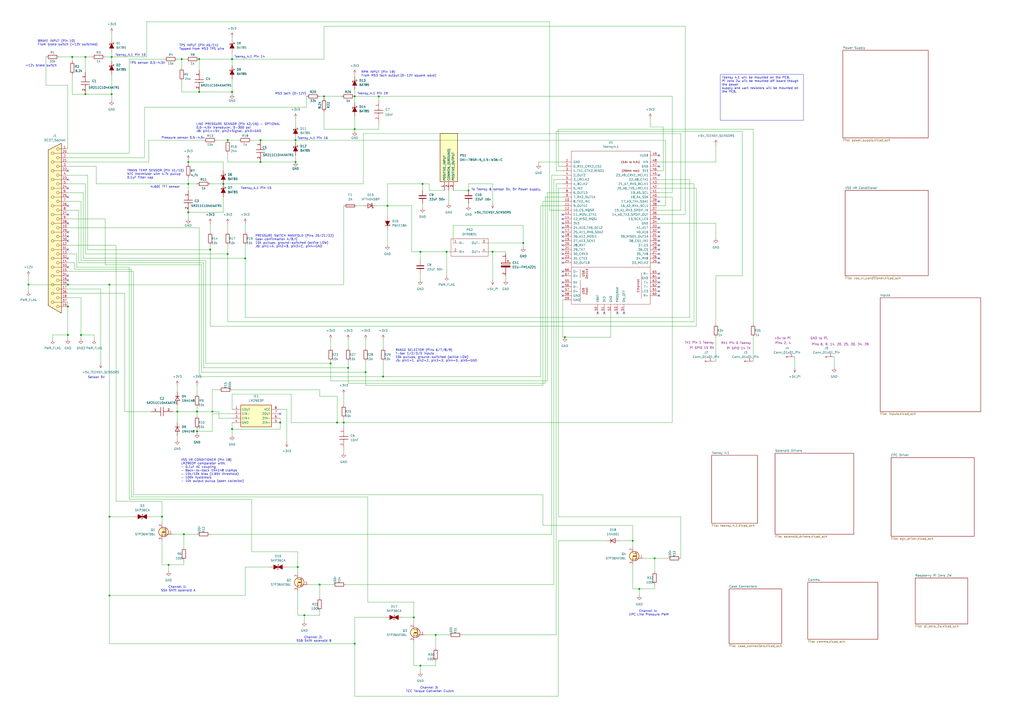
<source format=kicad_sch>
(kicad_sch (version 20250114) (generator "eeschema") (generator_version "9.0")
  (paper "A2")
  (title_block (title "4L60E Controller - Input Conditioning (Overview)") (date "2026-01-26") (rev "B") (comment 1 "Input sheets listed below"))
  (text "Sensor 5V\n" (at 55.88 218.948 0) (effects (font (size 1.27 1.27))))
  (text "+12v brake switch\n" (at 23.876 38.1 0) (effects (font (size 1.27 1.27))))
  (text "Teensy_4.1 Pin 14" (at 144.78 33.02 0) (effects (font (size 1.27 1.27))))
  (text "PRESSURE SWITCH MANIFOLD (Pins 20/21/22)\nGear confirmation A/B/C\n10k pullups, ground-switched (active LOW)\nJ6: pin1=A, pin2=B, pin3=C, pin4=GND" (at 148.082 139.954 0) (effects (font (size 1.27 1.27)) (justify left)))
  (text "Teensy_4.1 Pin 15\n" (at 148.59 109.22 0) (effects (font (size 1.27 1.27))))
  (text "Teensy_4.1 Pin 16" (at 181.356 80.264 0) (effects (font (size 1.27 1.27))))
  (text "BRAKE INPUT (Pin 10)\nFrom brake switch (+12V switched)" (at 21.844 24.892 0) (effects (font (size 1.27 1.27)) (justify left)))
  (text "TRANS TEMP SENSOR (Pin A1/15)\nNTC thermistor with 4.7k pullup\n0.1uF filter cap" (at 73.66 101.092 0) (effects (font (size 1.27 1.27)) (justify left)))
  (text "Teensy_4.1 Pin 19" (at 216.154 54.356 0) (effects (font (size 1.27 1.27))))
  (text "LINE PRESSURE SENSOR (Pin A2/16) - OPTIONAL\n0.5-4.5V transducer, 0-300 psi\nJ8: pin1=+5V, pin2=Signal, pin3=GND" (at 113.792 74.168 0) (effects (font (size 1.27 1.27)) (justify left)))
  (text "Channel 1: \nSSA Shift solenoid A" (at 103.378 341.63 0) (effects (font (size 1.27 1.27))))
  (text "VSS VR CONDITIONER (Pin 18)\nLM2903P comparator with:\n- 0.1uF AC coupling\n- Back-to-back 1N4148 clamps\n- 10k/10k bias (1.65V threshold)\n- 100k hysteresis\n- 10k output pullup (open collector)" (at 104.902 273.05 0) (effects (font (size 1.27 1.27)) (justify left)))
  (text "TPS sensor 0.5-4.5V" (at 85.598 36.576 0) (effects (font (size 1.27 1.27))))
  (text "MS3 tach (0-12V)" (at 168.656 54.356 0) (effects (font (size 1.27 1.27))))
  (text "Channel 4: \nEPC Line Pressure PWM" (at 376.428 355.6 0) (effects (font (size 1.27 1.27))))
  (text "Teensy_4.1 Pin 10" (at 75.692 32.004 0) (effects (font (size 1.27 1.27))))
  (text "RPM INPUT (Pin 19)\nFrom MS3 tach output (0-12V square wave)\n" (at 209.55 42.926 0) (effects (font (size 1.27 1.27)) (justify left)))
  (text "Pressure sensor 0.5-4.5v" (at 106.172 80.01 0) (effects (font (size 1.27 1.27))))
  (text "Channel 2: \nSSB Shift solenoid B" (at 182.118 370.84 0) (effects (font (size 1.27 1.27))))
  (text "4L60E TFT sensor" (at 95.758 108.458 0) (effects (font (size 1.27 1.27))))
  (text "RANGE SELECTOR (Pins 6/7/8/9)\nT-bar 1/2/3/D inputs\n10k pullups, ground-switched (active LOW)\nJ5: pin1=1, pin2=2, pin3=3, pin4=D, pin5=GND" (at 229.362 206.248 0) (effects (font (size 1.27 1.27)) (justify left)))
  (text "TPS INPUT (Pin A0/14)\nTapped from MS3 TPS wire" (at 103.886 27.432 0) (effects (font (size 1.27 1.27)) (justify left)))
  (text "Channel 3: \nTCC Torque Converter Clutch" (at 249.428 400.05 0) (effects (font (size 1.27 1.27))))
  (text "To Teensy & sensor 5V. 5V Power supply.\n" (at 293.624 109.982 0) (effects (font (size 1.27 1.27))))
  (text_box "Teensy 4.1 will be mounted on the PCB.\nPi zero 2w will be mounted off board though the power\nsupply and uart resistors will be mounted on the PCB." (at 417.83 43.18 0) (size 48.26 26.67) (margins 0.9525 0.9525 0.9525 0.9525) (effects (font (size 1.27 1.27)) (justify left top)))
  (junction (at 64.77 33.02))
  (junction (at 46.99 194.31))
  (junction (at 367.03 313.69))
  (junction (at 63.5 299.72))
  (junction (at 39.37 194.31))
  (junction (at 245.11 106.68))
  (junction (at 102.87 238.76))
  (junction (at 106.68 309.88))
  (junction (at 252.73 368.3))
  (junction (at 172.72 328.93))
  (junction (at 109.22 106.68))
  (junction (at 93.98 299.72))
  (junction (at 115.57 34.29))
  (junction (at 219.71 55.88))
  (junction (at 134.62 53.34))
  (junction (at 132.08 147.32))
  (junction (at 134.62 34.29))
  (junction (at 151.13 81.28))
  (junction (at 199.39 245.11))
  (junction (at 64.77 54.61))
  (junction (at 41.91 33.02))
  (junction (at 271.78 110.49))
  (junction (at 187.96 55.88))
  (junction (at 285.75 146.05))
  (junction (at 240.03 358.14))
  (junction (at 63.5 345.44))
  (junction (at 212.09 215.9))
  (junction (at 134.62 248.92))
  (junction (at 370.84 341.63))
  (junction (at 162.56 245.11))
  (junction (at 201.93 213.36))
  (junction (at 191.77 210.82))
  (junction (at 205.74 74.93))
  (junction (at 303.53 140.97))
  (junction (at 49.53 33.02))
  (junction (at 121.92 144.78))
  (junction (at 109.22 93.98))
  (junction (at 132.08 81.28))
  (junction (at 16.51 165.1))
  (junction (at 151.13 93.98))
  (junction (at 195.58 245.11))
  (junction (at 185.42 339.09))
  (junction (at 39.37 165.1))
  (junction (at 39.37 177.8))
  (junction (at 49.53 54.61))
  (junction (at 379.73 323.85))
  (junction (at 171.45 93.98))
  (junction (at 176.53 356.87))
  (junction (at 171.45 81.28))
  (junction (at 115.57 53.34))
  (junction (at 97.79 327.66))
  (junction (at 259.08 146.05))
  (junction (at 114.3 238.76))
  (junction (at 243.84 146.05))
  (junction (at 109.22 123.19))
  (junction (at 222.25 218.44))
  (junction (at 243.84 386.08))
  (junction (at 63.5 165.1))
  (junction (at 105.41 34.29))
  (junction (at 114.3 250.19))
  (junction (at 129.54 106.68))
  (junction (at 205.74 373.38))
  (junction (at 142.24 149.86))
  (junction (at 205.74 55.88))
  (junction (at 123.19 238.76))
  (junction (at 327.66 195.58))
  (junction (at 224.79 119.38))
  (no_connect (at 382.27 132.08))
  (no_connect (at 39.37 124.46))
  (no_connect (at 326.39 144.78))
  (no_connect (at 382.27 101.6))
  (no_connect (at 326.39 142.24))
  (no_connect (at 39.37 154.94))
  (no_connect (at 162.56 240.03))
  (no_connect (at 382.27 168.91))
  (no_connect (at 39.37 104.14))
  (no_connect (at 39.37 149.86))
  (no_connect (at 326.39 137.16))
  (no_connect (at 39.37 139.7))
  (no_connect (at 326.39 152.4))
  (no_connect (at 326.39 171.45))
  (no_connect (at 382.27 144.78))
  (no_connect (at 382.27 142.24))
  (no_connect (at 382.27 96.52))
  (no_connect (at 326.39 124.46))
  (no_connect (at 382.27 158.75))
  (no_connect (at 39.37 144.78))
  (no_connect (at 39.37 114.3))
  (no_connect (at 39.37 162.56))
  (no_connect (at 382.27 161.29))
  (no_connect (at 358.14 181.61))
  (no_connect (at 382.27 90.17))
  (no_connect (at 382.27 163.83))
  (no_connect (at 39.37 109.22))
  (no_connect (at 350.52 181.61))
  (no_connect (at 382.27 147.32))
  (no_connect (at 326.39 157.48))
  (no_connect (at 382.27 127))
  (no_connect (at 346.71 181.61))
  (no_connect (at 382.27 137.16))
  (no_connect (at 382.27 166.37))
  (no_connect (at 326.39 129.54))
  (no_connect (at 326.39 127))
  (no_connect (at 382.27 152.4))
  (no_connect (at 39.37 129.54))
  (no_connect (at 382.27 171.45))
  (no_connect (at 39.37 137.16))
  (no_connect (at 382.27 139.7))
  (no_connect (at 326.39 168.91))
  (no_connect (at 382.27 116.84))
  (no_connect (at 326.39 134.62))
  (no_connect (at 39.37 119.38))
  (no_connect (at 326.39 149.86))
  (no_connect (at 326.39 139.7))
  (no_connect (at 326.39 166.37))
  (no_connect (at 361.95 181.61))
  (no_connect (at 39.37 99.06))
  (no_connect (at 326.39 160.02))
  (no_connect (at 326.39 147.32))
  (no_connect (at 382.27 134.62))
  (no_connect (at 39.37 134.62))
  (no_connect (at 326.39 132.08))
  (no_connect (at 382.27 149.86))
  (no_connect (at 326.39 163.83))
  (no_connect (at 39.37 160.02))
  (wire (pts (xy 252.73 383.54) (xy 252.73 386.08)))
  (wire (pts (xy 102.87 34.29) (xy 105.41 34.29)))
  (wire (pts (xy 121.92 142.24) (xy 121.92 144.78)))
  (wire (pts (xy 293.37 160.02) (xy 293.37 162.56)))
  (wire (pts (xy 483.87 207.01) (xy 483.87 213.36)))
  (wire (pts (xy 64.77 33.02) (xy 64.77 30.48)))
  (wire (pts (xy 252.73 368.3) (xy 252.73 375.92)))
  (wire (pts (xy 55.88 106.68) (xy 109.22 106.68)))
  (wire (pts (xy 326.39 93.98) (xy 312.42 93.98)))
  (wire (pts (xy 39.37 106.68) (xy 49.53 106.68)))
  (wire (pts (xy 293.37 147.32) (xy 293.37 146.05)))
  (wire (pts (xy 86.36 93.98) (xy 86.36 81.28)))
  (wire (pts (xy 212.09 215.9) (xy 212.09 209.55)))
  (wire (pts (xy 201.93 196.85) (xy 201.93 201.93)))
  (wire (pts (xy 205.74 358.14) (xy 223.52 358.14)))
  (wire (pts (xy 201.93 213.36) (xy 201.93 209.55)))
  (wire (pts (xy 367.03 304.8) (xy 367.03 313.69)))
  (wire (pts (xy 321.31 339.09) (xy 200.66 339.09)))
  (wire (pts (xy 123.19 226.06) (xy 123.19 238.76)))
  (wire (pts (xy 322.58 99.06) (xy 326.39 99.06)))
  (wire (pts (xy 430.53 160.02) (xy 430.53 76.2)))
  (wire (pts (xy 326.39 106.68) (xy 322.58 106.68)))
  (wire (pts (xy 49.53 54.61) (xy 64.77 54.61)))
  (wire (pts (xy 379.73 323.85) (xy 379.73 331.47)))
  (wire (pts (xy 397.51 15.24) (xy 397.51 124.46)))
  (wire (pts (xy 39.37 142.24) (xy 67.31 142.24)))
  (wire (pts (xy 259.08 146.05) (xy 259.08 160.02)))
  (wire (pts (xy 321.31 104.14) (xy 321.31 339.09)))
  (wire (pts (xy 219.71 55.88) (xy 219.71 58.42)))
  (wire (pts (xy 326.39 116.84) (xy 314.96 116.84)))
  (wire (pts (xy 191.77 220.98) (xy 191.77 210.82)))
  (wire (pts (xy 219.71 71.12) (xy 219.71 74.93)))
  (wire (pts (xy 114.3 223.52) (xy 114.3 228.6)))
  (wire (pts (xy 382.27 104.14) (xy 400.05 104.14)))
  (wire (pts (xy 85.09 33.02) (xy 85.09 12.7)))
  (wire (pts (xy 403.86 109.22) (xy 403.86 189.23)))
  (wire (pts (xy 205.74 403.86) (xy 205.74 373.38)))
  (wire (pts (xy 314.96 287.02) (xy 314.96 304.8)))
  (wire (pts (xy 257.81 110.49) (xy 248.92 110.49)))
  (wire (pts (xy 115.57 132.08) (xy 39.37 132.08)))
  (wire (pts (xy 168.91 245.11) (xy 195.58 245.11)))
  (wire (pts (xy 240.03 372.11) (xy 240.03 386.08)))
  (wire (pts (xy 129.54 93.98) (xy 109.22 93.98)))
  (wire (pts (xy 359.41 313.69) (xy 367.03 313.69)))
  (wire (pts (xy 106.68 309.88) (xy 106.68 317.5)))
  (wire (pts (xy 218.44 119.38) (xy 224.79 119.38)))
  (wire (pts (xy 172.72 320.04) (xy 172.72 328.93)))
  (wire (pts (xy 323.85 299.72) (xy 394.97 299.72)))
  (wire (pts (xy 105.41 53.34) (xy 115.57 53.34)))
  (wire (pts (xy 115.57 34.29) (xy 134.62 34.29)))
  (wire (pts (xy 83.82 62.23) (xy 83.82 91.44)))
  (wire (pts (xy 326.39 111.76) (xy 317.5 111.76)))
  (wire (pts (xy 64.77 33.02) (xy 85.09 33.02)))
  (wire (pts (xy 243.84 158.75) (xy 243.84 162.56)))
  (wire (pts (xy 402.59 106.68) (xy 402.59 186.69)))
  (wire (pts (xy 219.71 74.93) (xy 205.74 74.93)))
  (wire (pts (xy 243.84 386.08) (xy 243.84 389.89)))
  (wire (pts (xy 394.97 77.47) (xy 210.82 77.47)))
  (wire (pts (xy 430.53 76.2) (xy 322.58 76.2)))
  (wire (pts (xy 187.96 55.88) (xy 198.12 55.88)))
  (wire (pts (xy 115.57 218.44) (xy 115.57 132.08)))
  (wire (pts (xy 39.37 177.8) (xy 39.37 194.31)))
  (wire (pts (xy 115.57 34.29) (xy 115.57 40.64)))
  (wire (pts (xy 72.39 170.18) (xy 72.39 238.76)))
  (wire (pts (xy 402.59 186.69) (xy 132.08 186.69)))
  (wire (pts (xy 39.37 86.36) (xy 39.37 49.53)))
  (wire (pts (xy 212.09 223.52) (xy 212.09 215.9)))
  (wire (pts (xy 379.73 339.09) (xy 379.73 341.63)))
  (wire (pts (xy 116.84 215.9) (xy 116.84 153.67)))
  (wire (pts (xy 93.98 313.69) (xy 93.98 327.66)))
  (wire (pts (xy 191.77 210.82) (xy 191.77 209.55)))
  (wire (pts (xy 185.42 339.09) (xy 179.07 339.09)))
  (wire (pts (xy 39.37 165.1) (xy 63.5 165.1)))
  (wire (pts (xy 109.22 93.98) (xy 109.22 95.25)))
  (wire (pts (xy 86.36 81.28) (xy 118.11 81.28)))
  (wire (pts (xy 76.2 156.21) (xy 76.2 288.29)))
  (wire (pts (xy 386.08 119.38) (xy 382.27 119.38)))
  (wire (pts (xy 187.96 57.15) (xy 187.96 55.88)))
  (wire (pts (xy 109.22 106.68) (xy 114.3 106.68)))
  (wire (pts (xy 191.77 196.85) (xy 191.77 201.93)))
  (wire (pts (xy 382.27 93.98) (xy 415.29 93.98)))
  (wire (pts (xy 222.25 218.44) (xy 222.25 209.55)))
  (wire (pts (xy 326.39 96.52) (xy 323.85 96.52)))
  (wire (pts (xy 83.82 91.44) (xy 39.37 91.44)))
  (wire (pts (xy 193.04 339.09) (xy 185.42 339.09)))
  (wire (pts (xy 67.31 142.24) (xy 67.31 290.83)))
  (wire (pts (xy 39.37 175.26) (xy 39.37 177.8)))
  (wire (pts (xy 168.91 245.11) (xy 168.91 228.6)))
  (wire (pts (xy 129.54 114.3) (xy 129.54 123.19)))
  (wire (pts (xy 93.98 303.53) (xy 93.98 299.72)))
  (wire (pts (xy 389.89 111.76) (xy 389.89 55.88)))
  (wire (pts (xy 240.03 349.25) (xy 240.03 358.14)))
  (wire (pts (xy 102.87 252.73) (xy 102.87 255.27)))
  (wire (pts (xy 185.42 229.87) (xy 185.42 226.06)))
  (wire (pts (xy 377.19 73.66) (xy 384.81 73.66)))
  (wire (pts (xy 134.62 53.34) (xy 134.62 54.61)))
  (wire (pts (xy 187.96 15.24) (xy 187.96 34.29)))
  (wire (pts (xy 76.2 288.29) (xy 213.36 288.29)))
  (wire (pts (xy 252.73 368.3) (xy 246.38 368.3)))
  (wire (pts (xy 397.51 15.24) (xy 187.96 15.24)))
  (wire (pts (xy 54.61 194.31) (xy 46.99 194.31)))
  (wire (pts (xy 118.11 213.36) (xy 201.93 213.36)))
  (wire (pts (xy 39.37 167.64) (xy 58.42 167.64)))
  (wire (pts (xy 317.5 111.76) (xy 317.5 220.98)))
  (wire (pts (xy 351.79 313.69) (xy 323.85 313.69)))
  (wire (pts (xy 95.25 34.29) (xy 74.93 34.29)))
  (wire (pts (xy 240.03 361.95) (xy 240.03 358.14)))
  (wire (pts (xy 177.8 55.88) (xy 177.8 62.23)))
  (wire (pts (xy 323.85 403.86) (xy 205.74 403.86)))
  (wire (pts (xy 379.73 323.85) (xy 373.38 323.85)))
  (wire (pts (xy 123.19 240.03) (xy 123.19 250.19)))
  (wire (pts (xy 16.51 168.91) (xy 16.51 165.1)))
  (wire (pts (xy 322.58 106.68) (xy 322.58 368.3)))
  (wire (pts (xy 125.73 81.28) (xy 132.08 81.28)))
  (wire (pts (xy 320.04 309.88) (xy 121.92 309.88)))
  (wire (pts (xy 156.21 328.93) (xy 142.24 328.93)))
  (wire (pts (xy 39.37 101.6) (xy 50.8 101.6)))
  (wire (pts (xy 114.3 309.88) (xy 106.68 309.88)))
  (wire (pts (xy 134.62 248.92) (xy 134.62 252.73)))
  (wire (pts (xy 105.41 34.29) (xy 107.95 34.29)))
  (wire (pts (xy 314.96 223.52) (xy 212.09 223.52)))
  (wire (pts (xy 259.08 146.05) (xy 262.89 146.05)))
  (wire (pts (xy 185.42 55.88) (xy 187.96 55.88)))
  (wire (pts (xy 240.03 358.14) (xy 233.68 358.14)))
  (wire (pts (xy 118.11 152.4) (xy 118.11 213.36)))
  (wire (pts (xy 293.37 146.05) (xy 285.75 146.05)))
  (wire (pts (xy 326.39 114.3) (xy 316.23 114.3)))
  (wire (pts (xy 162.56 242.57) (xy 162.56 245.11)))
  (wire (pts (xy 134.62 30.48) (xy 134.62 34.29)))
  (wire (pts (xy 134.62 34.29) (xy 134.62 38.1)))
  (wire (pts (xy 271.78 118.11) (xy 271.78 119.38)))
  (wire (pts (xy 102.87 234.95) (xy 102.87 238.76)))
  (wire (pts (xy 382.27 99.06) (xy 384.81 99.06)))
  (wire (pts (xy 354.33 195.58) (xy 327.66 195.58)))
  (wire (pts (xy 205.74 55.88) (xy 205.74 52.07)))
  (wire (pts (xy 199.39 119.38) (xy 199.39 165.1)))
  (wire (pts (xy 74.93 154.94) (xy 74.93 289.56)))
  (wire (pts (xy 97.79 327.66) (xy 97.79 331.47)))
  (wire (pts (xy 382.27 124.46) (xy 397.51 124.46)))
  (wire (pts (xy 205.74 74.93) (xy 205.74 76.2)))
  (wire (pts (xy 224.79 119.38) (xy 238.76 119.38)))
  (wire (pts (xy 322.58 76.2) (xy 322.58 99.06)))
  (wire (pts (xy 243.84 146.05) (xy 243.84 151.13)))
  (wire (pts (xy 199.39 245.11) (xy 389.89 245.11)))
  (wire (pts (xy 415.29 160.02) (xy 430.53 160.02)))
  (wire (pts (xy 185.42 229.87) (xy 195.58 229.87)))
  (wire (pts (xy 67.31 290.83) (xy 93.98 290.83)))
  (wire (pts (xy 50.8 144.78) (xy 121.92 144.78)))
  (wire (pts (xy 109.22 110.49) (xy 109.22 106.68)))
  (wire (pts (xy 415.29 209.55) (xy 415.29 195.58)))
  (wire (pts (xy 39.37 147.32) (xy 44.45 147.32)))
  (wire (pts (xy 168.91 228.6) (xy 134.62 228.6)))
  (wire (pts (xy 171.45 81.28) (xy 171.45 82.55)))
  (wire (pts (xy 326.39 109.22) (xy 323.85 109.22)))
  (wire (pts (xy 105.41 34.29) (xy 105.41 39.37)))
  (wire (pts (xy 400.05 184.15) (xy 142.24 184.15)))
  (wire (pts (xy 326.39 173.99) (xy 326.39 195.58)))
  (wire (pts (xy 382.27 111.76) (xy 389.89 111.76)))
  (wire (pts (xy 171.45 80.01) (xy 171.45 81.28)))
  (wire (pts (xy 271.78 110.49) (xy 271.78 106.68)))
  (wire (pts (xy 238.76 146.05) (xy 243.84 146.05)))
  (wire (pts (xy 16.51 165.1) (xy 39.37 165.1)))
  (wire (pts (xy 367.03 313.69) (xy 367.03 317.5)))
  (wire (pts (xy 262.89 110.49) (xy 271.78 110.49)))
  (wire (pts (xy 49.53 33.02) (xy 49.53 41.91)))
  (wire (pts (xy 199.39 260.35) (xy 199.39 262.89)))
  (wire (pts (xy 386.08 81.28) (xy 386.08 119.38)))
  (wire (pts (xy 281.94 146.05) (xy 285.75 146.05)))
  (wire (pts (xy 205.74 358.14) (xy 205.74 373.38)))
  (wire (pts (xy 77.47 287.02) (xy 314.96 287.02)))
  (wire (pts (xy 260.35 110.49) (xy 260.35 118.11)))
  (wire (pts (xy 109.22 92.71) (xy 109.22 93.98)))
  (wire (pts (xy 102.87 238.76) (xy 102.87 245.11)))
  (wire (pts (xy 394.97 299.72) (xy 394.97 323.85)))
  (wire (pts (xy 132.08 93.98) (xy 151.13 93.98)))
  (wire (pts (xy 224.79 106.68) (xy 245.11 106.68)))
  (wire (pts (xy 172.72 328.93) (xy 166.37 328.93)))
  (wire (pts (xy 49.53 106.68) (xy 49.53 147.32)))
  (wire (pts (xy 48.26 149.86) (xy 142.24 149.86)))
  (wire (pts (xy 50.8 101.6) (xy 50.8 144.78)))
  (wire (pts (xy 72.39 170.18) (xy 39.37 170.18)))
  (wire (pts (xy 162.56 237.49) (xy 166.37 237.49)))
  (wire (pts (xy 245.11 106.68) (xy 245.11 110.49)))
  (wire (pts (xy 46.99 151.13) (xy 119.38 151.13)))
  (wire (pts (xy 403.86 189.23) (xy 121.92 189.23)))
  (wire (pts (xy 132.08 81.28) (xy 138.43 81.28)))
  (wire (pts (xy 238.76 119.38) (xy 238.76 146.05)))
  (wire (pts (xy 248.92 106.68) (xy 245.11 106.68)))
  (wire (pts (xy 114.3 238.76) (xy 123.19 238.76)))
  (wire (pts (xy 326.39 119.38) (xy 313.69 119.38)))
  (wire (pts (xy 39.37 116.84) (xy 46.99 116.84)))
  (wire (pts (xy 243.84 386.08) (xy 240.03 386.08)))
  (wire (pts (xy 151.13 93.98) (xy 171.45 93.98)))
  (wire (pts (xy 172.72 332.74) (xy 172.72 328.93)))
  (wire (pts (xy 320.04 101.6) (xy 320.04 309.88)))
  (wire (pts (xy 224.79 106.68) (xy 224.79 119.38)))
  (wire (pts (xy 415.29 129.54) (xy 415.29 138.43)))
  (wire (pts (xy 123.19 240.03) (xy 134.62 240.03)))
  (wire (pts (xy 317.5 220.98) (xy 191.77 220.98)))
  (wire (pts (xy 187.96 64.77) (xy 187.96 74.93)))
  (wire (pts (xy 213.36 349.25) (xy 240.03 349.25)))
  (wire (pts (xy 72.39 238.76) (xy 87.63 238.76)))
  (wire (pts (xy 260.35 368.3) (xy 252.73 368.3)))
  (wire (pts (xy 245.11 118.11) (xy 245.11 120.65)))
  (wire (pts (xy 389.89 114.3) (xy 389.89 245.11)))
  (wire (pts (xy 377.19 68.58) (xy 377.19 73.66)))
  (wire (pts (xy 46.99 116.84) (xy 46.99 151.13)))
  (wire (pts (xy 127 226.06) (xy 123.19 226.06)))
  (wire (pts (xy 116.84 153.67) (xy 60.96 153.67)))
  (wire (pts (xy 213.36 288.29) (xy 213.36 349.25)))
  (wire (pts (xy 41.91 54.61) (xy 49.53 54.61)))
  (wire (pts (xy 142.24 129.54) (xy 142.24 134.62)))
  (wire (pts (xy 132.08 88.9) (xy 132.08 93.98)))
  (wire (pts (xy 224.79 119.38) (xy 224.79 125.73)))
  (wire (pts (xy 177.8 62.23) (xy 83.82 62.23)))
  (wire (pts (xy 39.37 96.52) (xy 55.88 96.52)))
  (wire (pts (xy 312.42 93.98) (xy 312.42 95.25)))
  (wire (pts (xy 43.18 152.4) (xy 43.18 156.21)))
  (wire (pts (xy 77.47 157.48) (xy 77.47 287.02)))
  (wire (pts (xy 60.96 153.67) (xy 60.96 127)))
  (wire (pts (xy 146.05 81.28) (xy 151.13 81.28)))
  (wire (pts (xy 323.85 109.22) (xy 323.85 299.72)))
  (wire (pts (xy 114.3 248.92) (xy 114.3 250.19)))
  (wire (pts (xy 384.81 99.06) (xy 384.81 73.66)))
  (wire (pts (xy 109.22 123.19) (xy 109.22 127)))
  (wire (pts (xy 39.37 121.92) (xy 45.72 121.92)))
  (wire (pts (xy 74.93 34.29) (xy 74.93 88.9)))
  (wire (pts (xy 316.23 114.3) (xy 316.23 222.25)))
  (wire (pts (xy 205.74 55.88) (xy 205.74 59.69)))
  (wire (pts (xy 222.25 196.85) (xy 222.25 201.93)))
  (wire (pts (xy 121.92 106.68) (xy 129.54 106.68)))
  (wire (pts (xy 142.24 328.93) (xy 142.24 345.44)))
  (wire (pts (xy 109.22 102.87) (xy 109.22 106.68)))
  (wire (pts (xy 461.01 207.01) (xy 461.01 213.36)))
  (wire (pts (xy 248.92 110.49) (xy 248.92 106.68)))
  (wire (pts (xy 205.74 43.18) (xy 205.74 44.45)))
  (wire (pts (xy 303.53 130.81) (xy 303.53 140.97)))
  (wire (pts (xy 195.58 229.87) (xy 195.58 245.11)))
  (wire (pts (xy 129.54 106.68) (xy 210.82 106.68)))
  (wire (pts (xy 39.37 172.72) (xy 46.99 172.72)))
  (wire (pts (xy 262.89 130.81) (xy 303.53 130.81)))
  (wire (pts (xy 60.96 33.02) (xy 64.77 33.02)))
  (wire (pts (xy 39.37 49.53) (xy 26.67 49.53)))
  (wire (pts (xy 252.73 386.08) (xy 243.84 386.08)))
  (wire (pts (xy 142.24 142.24) (xy 142.24 149.86)))
  (wire (pts (xy 314.96 116.84) (xy 314.96 223.52)))
  (wire (pts (xy 115.57 53.34) (xy 134.62 53.34)))
  (wire (pts (xy 39.37 157.48) (xy 77.47 157.48)))
  (wire (pts (xy 44.45 154.94) (xy 74.93 154.94)))
  (wire (pts (xy 119.38 151.13) (xy 119.38 210.82)))
  (wire (pts (xy 313.69 218.44) (xy 222.25 218.44)))
  (wire (pts (xy 436.88 195.58) (xy 436.88 209.55)))
  (wire (pts (xy 93.98 290.83) (xy 93.98 299.72)))
  (wire (pts (xy 30.48 196.85) (xy 30.48 194.31)))
  (wire (pts (xy 185.42 354.33) (xy 185.42 356.87)))
  (wire (pts (xy 16.51 160.02) (xy 16.51 165.1)))
  (wire (pts (xy 162.56 248.92) (xy 134.62 248.92)))
  (wire (pts (xy 26.67 49.53) (xy 26.67 33.02)))
  (wire (pts (xy 74.93 289.56) (xy 146.05 289.56)))
  (wire (pts (xy 162.56 245.11) (xy 162.56 248.92)))
  (wire (pts (xy 171.45 90.17) (xy 171.45 93.98)))
  (wire (pts (xy 114.3 236.22) (xy 114.3 238.76)))
  (wire (pts (xy 207.01 119.38) (xy 210.82 119.38)))
  (wire (pts (xy 45.72 152.4) (xy 118.11 152.4)))
  (wire (pts (xy 394.97 121.92) (xy 394.97 77.47)))
  (wire (pts (xy 142.24 149.86) (xy 142.24 184.15)))
  (wire (pts (xy 370.84 341.63) (xy 367.03 341.63)))
  (wire (pts (xy 195.58 245.11) (xy 199.39 245.11)))
  (wire (pts (xy 46.99 194.31) (xy 46.99 196.85)))
  (wire (pts (xy 320.04 101.6) (xy 326.39 101.6)))
  (wire (pts (xy 49.53 33.02) (xy 53.34 33.02)))
  (wire (pts (xy 285.75 146.05) (xy 285.75 162.56)))
  (wire (pts (xy 132.08 147.32) (xy 132.08 186.69)))
  (wire (pts (xy 127 242.57) (xy 127 238.76)))
  (wire (pts (xy 187.96 34.29) (xy 134.62 34.29)))
  (wire (pts (xy 354.33 181.61) (xy 354.33 195.58)))
  (wire (pts (xy 171.45 68.58) (xy 171.45 72.39)))
  (wire (pts (xy 123.19 250.19) (xy 114.3 250.19)))
  (wire (pts (xy 415.29 187.96) (xy 415.29 160.02)))
  (wire (pts (xy 151.13 81.28) (xy 171.45 81.28)))
  (wire (pts (xy 64.77 54.61) (xy 64.77 58.42)))
  (wire (pts (xy 271.78 106.68) (xy 285.75 106.68)))
  (wire (pts (xy 46.99 172.72) (xy 46.99 194.31)))
  (wire (pts (xy 322.58 368.3) (xy 267.97 368.3)))
  (wire (pts (xy 85.09 12.7) (xy 318.77 12.7)))
  (wire (pts (xy 134.62 228.6) (xy 134.62 237.49)))
  (wire (pts (xy 39.37 93.98) (xy 86.36 93.98)))
  (wire (pts (xy 39.37 194.31) (xy 39.37 196.85)))
  (wire (pts (xy 314.96 304.8) (xy 367.03 304.8)))
  (wire (pts (xy 415.29 93.98) (xy 415.29 83.82)))
  (wire (pts (xy 318.77 12.7) (xy 318.77 121.92)))
  (wire (pts (xy 106.68 309.88) (xy 100.33 309.88)))
  (wire (pts (xy 119.38 210.82) (xy 191.77 210.82)))
  (wire (pts (xy 185.42 339.09) (xy 185.42 346.71)))
  (wire (pts (xy 142.24 345.44) (xy 63.5 345.44)))
  (wire (pts (xy 39.37 111.76) (xy 48.26 111.76)))
  (wire (pts (xy 176.53 356.87) (xy 172.72 356.87)))
  (wire (pts (xy 176.53 356.87) (xy 176.53 360.68)))
  (wire (pts (xy 39.37 152.4) (xy 43.18 152.4)))
  (wire (pts (xy 48.26 111.76) (xy 48.26 149.86)))
  (wire (pts (xy 134.62 21.59) (xy 134.62 22.86)))
  (wire (pts (xy 436.88 74.93) (xy 436.88 187.96)))
  (wire (pts (xy 243.84 146.05) (xy 259.08 146.05)))
  (wire (pts (xy 114.3 238.76) (xy 102.87 238.76)))
  (wire (pts (xy 303.53 140.97) (xy 303.53 143.51)))
  (wire (pts (xy 121.92 144.78) (xy 121.92 189.23)))
  (wire (pts (xy 414.02 209.55) (xy 415.29 209.55)))
  (wire (pts (xy 115.57 218.44) (xy 222.25 218.44)))
  (wire (pts (xy 199.39 165.1) (xy 63.5 165.1)))
  (wire (pts (xy 146.05 289.56) (xy 146.05 320.04)))
  (wire (pts (xy 219.71 55.88) (xy 389.89 55.88)))
  (wire (pts (xy 285.75 106.68) (xy 285.75 118.11)))
  (wire (pts (xy 171.45 81.28) (xy 386.08 81.28)))
  (wire (pts (xy 387.35 323.85) (xy 379.73 323.85)))
  (wire (pts (xy 382.27 114.3) (xy 389.89 114.3)))
  (wire (pts (xy 55.88 96.52) (xy 55.88 106.68)))
  (wire (pts (xy 205.74 373.38) (xy 63.5 373.38)))
  (wire (pts (xy 64.77 43.18) (xy 64.77 54.61)))
  (wire (pts (xy 146.05 320.04) (xy 172.72 320.04)))
  (wire (pts (xy 382.27 106.68) (xy 402.59 106.68)))
  (wire (pts (xy 210.82 77.47) (xy 210.82 106.68)))
  (wire (pts (xy 97.79 327.66) (xy 93.98 327.66)))
  (wire (pts (xy 105.41 46.99) (xy 105.41 53.34)))
  (wire (pts (xy 106.68 327.66) (xy 97.79 327.66)))
  (wire (pts (xy 134.62 45.72) (xy 134.62 53.34)))
  (wire (pts (xy 185.42 226.06) (xy 134.62 226.06)))
  (wire (pts (xy 41.91 33.02) (xy 41.91 35.56)))
  (wire (pts (xy 63.5 373.38) (xy 63.5 345.44)))
  (wire (pts (xy 313.69 119.38) (xy 313.69 218.44)))
  (wire (pts (xy 58.42 167.64) (xy 58.42 210.82)))
  (wire (pts (xy 45.72 121.92) (xy 45.72 152.4)))
  (wire (pts (xy 172.72 342.9) (xy 172.72 356.87)))
  (wire (pts (xy 129.54 99.06) (xy 129.54 93.98)))
  (wire (pts (xy 132.08 142.24) (xy 132.08 147.32)))
  (wire (pts (xy 43.18 156.21) (xy 76.2 156.21)))
  (wire (pts (xy 166.37 237.49) (xy 166.37 256.54)))
  (wire (pts (xy 382.27 109.22) (xy 403.86 109.22)))
  (wire (pts (xy 93.98 299.72) (xy 87.63 299.72)))
  (wire (pts (xy 379.73 341.63) (xy 370.84 341.63)))
  (wire (pts (xy 121.92 129.54) (xy 121.92 134.62)))
  (wire (pts (xy 63.5 299.72) (xy 63.5 165.1)))
  (wire (pts (xy 316.23 222.25) (xy 201.93 222.25)))
  (wire (pts (xy 262.89 140.97) (xy 262.89 130.81)))
  (wire (pts (xy 199.39 228.6) (xy 199.39 234.95)))
  (wire (pts (xy 187.96 74.93) (xy 205.74 74.93)))
  (wire (pts (xy 41.91 43.18) (xy 41.91 54.61)))
  (wire (pts (xy 41.91 33.02) (xy 49.53 33.02)))
  (wire (pts (xy 382.27 129.54) (xy 415.29 129.54)))
  (wire (pts (xy 54.61 196.85) (xy 54.61 194.31)))
  (wire (pts (xy 185.42 356.87) (xy 176.53 356.87)))
  (wire (pts (xy 49.53 147.32) (xy 132.08 147.32)))
  (wire (pts (xy 116.84 215.9) (xy 212.09 215.9)))
  (wire (pts (xy 199.39 245.11) (xy 199.39 247.65)))
  (wire (pts (xy 367.03 327.66) (xy 367.03 341.63)))
  (wire (pts (xy 64.77 19.05) (xy 64.77 22.86)))
  (wire (pts (xy 114.3 241.3) (xy 114.3 238.76)))
  (wire (pts (xy 102.87 223.52) (xy 102.87 227.33)))
  (wire (pts (xy 323.85 74.93) (xy 436.88 74.93)))
  (wire (pts (xy 400.05 104.14) (xy 400.05 184.15)))
  (wire (pts (xy 34.29 33.02) (xy 41.91 33.02)))
  (wire (pts (xy 123.19 238.76) (xy 127 238.76)))
  (wire (pts (xy 132.08 129.54) (xy 132.08 134.62)))
  (wire (pts (xy 326.39 121.92) (xy 318.77 121.92)))
  (wire (pts (xy 129.54 123.19) (xy 109.22 123.19)))
  (wire (pts (xy 205.74 74.93) (xy 205.74 67.31)))
  (wire (pts (xy 30.48 194.31) (xy 39.37 194.31)))
  (wire (pts (xy 134.62 245.11) (xy 134.62 248.92)))
  (wire (pts (xy 326.39 104.14) (xy 321.31 104.14)))
  (wire (pts (xy 64.77 33.02) (xy 64.77 35.56)))
  (wire (pts (xy 106.68 325.12) (xy 106.68 327.66)))
  (wire (pts (xy 323.85 74.93) (xy 323.85 96.52)))
  (wire (pts (xy 199.39 242.57) (xy 199.39 245.11)))
  (wire (pts (xy 134.62 242.57) (xy 127 242.57)))
  (wire (pts (xy 323.85 313.69) (xy 323.85 403.86)))
  (wire (pts (xy 114.3 250.19) (xy 114.3 251.46)))
  (wire (pts (xy 281.94 140.97) (xy 303.53 140.97)))
  (wire (pts (xy 60.96 127) (xy 39.37 127)))
  (wire (pts (xy 205.74 55.88) (xy 219.71 55.88)))
  (wire (pts (xy 326.39 195.58) (xy 327.66 195.58)))
  (wire (pts (xy 63.5 345.44) (xy 63.5 299.72)))
  (wire (pts (xy 212.09 196.85) (xy 212.09 201.93)))
  (wire (pts (xy 370.84 341.63) (xy 370.84 345.44)))
  (wire (pts (xy 100.33 238.76) (xy 102.87 238.76)))
  (wire (pts (xy 77.47 299.72) (xy 63.5 299.72)))
  (wire (pts (xy 224.79 133.35) (xy 224.79 142.24)))
  (wire (pts (xy 382.27 121.92) (xy 394.97 121.92)))
  (wire (pts (xy 44.45 147.32) (xy 44.45 154.94)))
  (wire (pts (xy 201.93 222.25) (xy 201.93 213.36)))
  (wire (pts (xy 74.93 88.9) (xy 39.37 88.9)))
  (symbol (lib_id "Diode:1N4148") (at 102.87 248.92 270) (unit 1)
    (property "Reference" "D5" (at 105.41 247.6499 90) (effects (justify left)))
    (property "Value" "1N4148" (at 105.41 250.1899 90) (effects (justify left)))
    (property "Footprint" "Diode_THT:D_DO-35_SOD27_P7.62mm_Horizontal" (effects (hide yes)))
    (property "Datasheet" "https://assets.nexperia.com/documents/data-sheet/1N4148_1N4448.pdf" (effects (hide yes)))
    (property "Description" "100V 0.15A standard switching diode, DO-35" (effects (hide yes)))
    (property "Sim.Device" "D" (effects (hide yes)))
    (property "Sim.Pins" "1=K 2=A" (effects (hide yes)))
  )
  (symbol (lib_id "power:GND") (at 134.62 252.73 0) (unit 1) (in_bom no)
    (property "Reference" "#PWR018" (effects (hide yes)))
    (property "Value" "GND" (at 134.62 257.81 0))
    (property "Description" "Power symbol creates a global label with name \"GND\" , ground" (effects (hide yes)))
  )
  (symbol (lib_id "power:GND") (at 415.29 138.43 0) (unit 1)
    (property "Reference" "#PWR047" (effects (hide yes)))
    (property "Value" "GND" (at 415.29 143.51 0))
    (property "Description" "Power symbol creates a global label with name \"GND\" , ground" (effects (hide yes)))
  )
  (symbol (lib_id "PCM_Diode_Schottky_AKL:BAT85") (at 205.74 63.5 90) (unit 1)
    (property "Reference" "D14" (at 208.28 61.9124 90) (effects (justify right)))
    (property "Value" "BAT85" (at 208.28 64.4524 90) (effects (justify right)))
    (property "Footprint" "PCM_Diode_THT_AKL:D_DO-34_SOD68_P7.62mm_Horizontal" (effects (hide yes)))
    (property "Datasheet" "https://www.tme.eu/Document/a02201ffd45e43da73ea0afaa07300b7/BAT85.pdf" (effects (hide yes)))
    (property "Description" "DO-34 Schottky diode, 30V, 200mA, Alternate KiCAD Library" (effects (hide yes)))
  )
  (symbol (lib_id "PCM_Diode_TVS_AKL:5KP36CA") (at 228.6 358.14 0) (unit 1)
    (property "Reference" "D17" (at 228.6 351.79 0))
    (property "Value" "5KP36CA" (at 228.6 354.33 0))
    (property "Footprint" "PCM_Diode_THT_AKL:D_P600_R-6_P12.70mm_Horizontal_TVS" (effects (hide yes)))
    (property "Datasheet" "https://www.tme.eu/Document/b0b8a7828c27d2573ec8fa50f5c0ad4f/5KP-ser.pdf" (effects (hide yes)))
    (property "Description" "P600 Bidirectional TVS Diode, 36V, 5000W, Alternate KiCAD Library" (effects (hide yes)))
  )
  (symbol (lib_id "power:+5V") (at 285.75 162.56 180) (unit 1)
    (property "Reference" "#PWR039" (effects (hide yes)))
    (property "Value" "+5V_PI" (at 285.75 167.64 0))
    (property "Description" "Power symbol creates a global label with name \"+5V\"" (effects (hide yes)))
  )
  (symbol (lib_id "PCM_Capacitor_US_AKL:C_Disc_D8.0mm_W5.0mm_P5.00mm") (at 245.11 114.3 0) (unit 1)
    (property "Reference" "C9" (at 248.92 113.0299 0) (effects (justify left)))
    (property "Value" "22uF 50v" (at 248.92 115.5699 0) (effects (justify left)))
    (property "Footprint" "PCM_Capacitor_THT_US_AKL:C_Disc_D8.0mm_W5.0mm_P5.00mm" (effects (hide yes)))
    (property "Description" "THT Ceramic Disc Capacitor, 8.0mm Diameter, 5.0mm Width, 5.00mm Pitch, Alternate KiCad Library" (effects (hide yes)))
  )
  (symbol (lib_id "Device:R") (at 264.16 368.3 270) (mirror x) (unit 1)
    (property "Reference" "R31" (at 264.16 365.76 0))
    (property "Value" "100r" (at 261.62 365.76 0))
  )
  (symbol (lib_id "power:GND2") (at 46.99 196.85 0) (unit 1)
    (property "Reference" "#PWR03" (effects (hide yes)))
    (property "Value" "GND2" (at 46.99 201.93 0))
    (property "Description" "Power symbol creates a global label with name \"GND2\" , ground" (effects (hide yes)))
  )
  (symbol (lib_id "PCM_Diode_Schottky_AKL:BAT85") (at 64.77 26.67 90) (unit 1)
    (property "Reference" "D1" (at 67.31 25.0824 90) (effects (justify right)))
    (property "Value" "BAT85" (at 67.31 27.6224 90) (effects (justify right)))
    (property "Footprint" "PCM_Diode_THT_AKL:D_DO-34_SOD68_P7.62mm_Horizontal" (effects (hide yes)))
    (property "Datasheet" "https://www.tme.eu/Document/a02201ffd45e43da73ea0afaa07300b7/BAT85.pdf" (effects (hide yes)))
    (property "Description" "DO-34 Schottky diode, 30V, 200mA, Alternate KiCAD Library" (effects (hide yes)))
  )
  (symbol (lib_id "power:GND") (at 260.35 118.11 0) (unit 1)
    (property "Reference" "#PWR036" (effects (hide yes)))
    (property "Value" "GND" (at 260.35 123.19 0))
    (property "Description" "Power symbol creates a global label with name \"GND\" , ground" (effects (hide yes)))
  )
  (symbol (lib_id "power:GND") (at 134.62 54.61 0) (unit 1) (in_bom no)
    (property "Reference" "#PWR017" (effects (hide yes)))
    (property "Value" "GND" (at 134.62 58.42 0))
  )
  (symbol (lib_id "Connector:DC37_Socket") (at 31.75 132.08 0) (mirror y) (unit 1)
    (property "Reference" "J1" (at 31.75 78.74 0))
    (property "Value" "DC37_Socket" (at 31.75 81.28 0))
    (property "Description" "37-pin D-SUB connector, socket (female)" (effects (hide yes)))
  )
  (symbol (lib_id "SamacSys_Parts:LM2903P") (at 134.62 237.49 0) (unit 1)
    (property "Reference" "IC1" (at 148.59 229.87 0))
    (property "Value" "LM2903P" (at 148.59 232.41 0))
    (property "Footprint" "SamacSys_Parts:DIP794W53P254L959H508Q8N" (effects (hide yes)))
    (property "Datasheet" "http://www.ti.com/lit/ds/symlink/lm2903.pdf" (effects (hide yes)))
    (property "Description" "LM2903P, Dual Comparator Open Collector 1.3us 12 V, 15 V, 18 V, 24 V, 28 V, 3 V, 5 V, 9 V 8-Pin PDIP" (effects (hide yes)))
    (property "Height" "5.08" (effects (hide yes)))
    (property "Mouser Part Number" "595-LM2903P" (effects (hide yes)))
    (property "Mouser Price/Stock" "https://www.mouser.co.uk/ProductDetail/Texas-Instruments/LM2903P?qs=3pnr37ZAbK83YuwoFcyYVA%3D%3D" (effects (hide yes)))
    (property "Manufacturer_Name" "Texas Instruments" (effects (hide yes)))
    (property "Manufacturer_Part_Number" "LM2903P" (effects (hide yes)))
  )
  (symbol (lib_id "PCM_Capacitor_US_AKL:C_Disc_D8.0mm_W5.0mm_P5.00mm") (at 243.84 154.94 0) (unit 1)
    (property "Reference" "C8" (at 247.65 153.6699 0) (effects (justify left)))
    (property "Value" "22uF 50v" (at 247.65 156.2099 0) (effects (justify left)))
    (property "Footprint" "PCM_Capacitor_THT_US_AKL:C_Disc_D8.0mm_W5.0mm_P5.00mm" (effects (hide yes)))
    (property "Description" "THT Ceramic Disc Capacitor, 8.0mm Diameter, 5.0mm Width, 5.00mm Pitch, Alternate KiCad Library" (effects (hide yes)))
  )
  (symbol (lib_id "Connector:Conn_01x01_Pin") (at 431.8 209.55 0) (unit 1)
    (property "Reference" "J3" (at 432.435 204.47 0))
    (property "Value" "Conn_01x01_Pin" (at 432.435 207.01 0))
    (property "Description" "Generic connector, single row, 01x01, script generated" (effects (hide yes)))
    (property "Text 1" "RX1 Pin 0 Teensy" (at 426.974 199.644 0) (effects (justify bottom)))
    (property "Text 2" "Pi GPIO 14 TX" (at 428.498 202.692 0) (effects (justify bottom)))
  )
  (symbol (lib_id "Device:D_Schottky") (at 214.63 119.38 180) (unit 1)
    (property "Reference" "D15" (at 214.9475 113.03 0))
    (property "Value" "VFT4045BP" (at 214.9475 115.57 0))
    (property "Description" "Schottky diode" (effects (hide yes)))
  )
  (symbol (lib_id "SamacSys_Parts:OKI-78SR-5_1.5-W36-C") (at 257.81 110.49 90) (unit 1)
    (property "Reference" "PS1" (at 266.7 90.1699 90) (effects (justify right)))
    (property "Value" "OKI-78SR-5_1.5-W36-C" (at 266.7 92.7099 90) (effects (justify right)))
    (property "Footprint" "SamacSys_Parts:OKI78SR515W36C" (effects (hide yes)))
    (property "Datasheet" "https://www.murata.com/products/productdata/8807037992990/oki-78sr.pdf?1675222286000" (effects (hide yes)))
    (property "Description" "Non-Isolated DC/DC Converters 7.5W 24Vin 5Vout1 1.5A SIP Non-Iso" (effects (hide yes)))
    (property "Height" "17" (effects (hide yes)))
    (property "Mouser Part Number" "580-OKI78SR5/1.5W36C" (effects (hide yes)))
    (property "Mouser Price/Stock" "https://www.mouser.co.uk/ProductDetail/Murata-Power-Solutions/OKI-78SR-5-1.5-W36-C?qs=uJpRT2lXVNXJP%252Bo08dQqJQ%3D%3D" (effects (hide yes)))
    (property "Manufacturer_Name" "Murata Electronics" (effects (hide yes)))
    (property "Manufacturer_Part_Number" "OKI-78SR-5/1.5-W36-C" (effects (hide yes)))
  )
  (symbol (lib_id "power:PWR_FLAG") (at 30.48 196.85 180) (unit 1)
    (property "Reference" "#FLG02" (effects (hide yes)))
    (property "Value" "PWR_FLAG" (at 30.48 201.93 0))
    (property "Description" "Special symbol for telling ERC where power comes from" (effects (hide yes)))
  )
  (symbol (lib_id "Device:R") (at 391.16 323.85 270) (mirror x) (unit 1)
    (property "Reference" "R33" (at 391.16 321.31 0))
    (property "Value" "100r" (at 388.62 321.31 0))
  )
  (symbol (lib_id "Device:R") (at 114.3 245.11 0) (unit 1)
    (property "Reference" "R10" (at 116.84 245.11 0))
    (property "Value" "10k" (at 116.84 247.65 0))
  )
  (symbol (lib_id "power:+3V3") (at 102.87 223.52 0) (unit 1)
    (property "Reference" "#PWR08" (effects (hide yes)))
    (property "Value" "+3V3" (at 102.87 218.44 0))
    (property "Description" "Power symbol creates a global label with name \"+3V3\"" (effects (hide yes)))
  )
  (symbol (lib_id "power:+3V3") (at 212.09 196.85 0) (unit 1)
    (property "Reference" "#PWR030" (effects (hide yes)))
    (property "Value" "+3V3" (at 212.09 191.77 0))
    (property "Description" "Power symbol creates a global label with name \"+3V3\"" (effects (hide yes)))
  )
  (symbol (lib_id "power:+3V3") (at 134.62 21.59 0) (unit 1)
    (property "Reference" "#PWR016" (effects (hide yes)))
    (property "Value" "+3V3" (at 134.62 16.51 0))
    (property "Description" "Power symbol creates a global label with name \"+3V3\"" (effects (hide yes)))
  )
  (symbol (lib_id "power:GND") (at 224.79 142.24 0) (unit 1)
    (property "Reference" "#PWR032" (effects (hide yes)))
    (property "Value" "GND" (at 224.79 147.32 0))
    (property "Description" "Power symbol creates a global label with name \"GND\" , ground" (effects (hide yes)))
  )
  (symbol (lib_id "PCM_Diode_Schottky_AKL:BAT85") (at 129.54 110.49 90) (unit 1)
    (property "Reference" "D7" (at 132.08 108.9024 90) (effects (justify right)))
    (property "Value" "BAT85" (at 132.08 111.4424 90) (effects (justify right)))
    (property "Footprint" "PCM_Diode_THT_AKL:D_DO-34_SOD68_P7.62mm_Horizontal" (effects (hide yes)))
    (property "Datasheet" "https://www.tme.eu/Document/a02201ffd45e43da73ea0afaa07300b7/BAT85.pdf" (effects (hide yes)))
    (property "Description" "DO-34 Schottky diode, 30V, 200mA, Alternate KiCAD Library" (effects (hide yes)))
  )
  (symbol (lib_id "SamacSys_Parts:SR211C104KAATR1") (at 109.22 110.49 270) (unit 1)
    (property "Reference" "C3" (at 112.776 116.586 90) (effects (justify left)))
    (property "Value" "SR211C104KAATR1" (at 110.744 119.38 90) (effects (justify left)))
    (property "Footprint" "SamacSys_Parts:SR211C104KAATR1" (effects (hide yes)))
    (property "Datasheet" "https://datasheets.kyocera-avx.com/SR-Series.pdf" (effects (hide yes)))
    (property "Description" "Multilayer Ceramic Capacitors MLCC - Leaded 100V 0.1uF X7R Long Leads 1\"min 10% A 581-SR211C104KARTR1" (effects (hide yes)))
    (property "Height" "5.08" (effects (hide yes)))
    (property "Mouser Part Number" "581-SR211C104KAATR1" (effects (hide yes)))
    (property "Mouser Price/Stock" "https://www.mouser.co.uk/ProductDetail/KYOCERA-AVX/SR211C104KAATR1?qs=wrl9V6q653S2nTpVE13MlA%3D%3D" (effects (hide yes)))
    (property "Manufacturer_Name" "Kyocera AVX" (effects (hide yes)))
    (property "Manufacturer_Part_Number" "SR211C104KAATR1" (effects (hide yes)))
  )
  (symbol (lib_id "SamacSys_Parts:DFR0831") (at 270.51 143.51 0) (unit 1)
    (property "Reference" "PS2" (at 272.415 133.35 0))
    (property "Value" "DFR0831" (at 272.415 135.89 0))
    (property "Datasheet" "https://www.mouser.com/pdfDocs/Product_Overview-DFRobot-DC-DCBuckConverter1.pdf" (effects (hide yes)))
  )
  (symbol (lib_id "Connector:Conn_01x01_Pin") (at 455.93 207.01 0) (unit 1)
    (property "Reference" "J4" (at 456.565 201.93 0))
    (property "Value" "Conn_01x01_Pin" (at 456.565 204.47 0))
    (property "Description" "Generic connector, single row, 01x01, script generated" (effects (hide yes)))
    (property "Field5" "+5v to Pi" (at 453.898 196.088 0))
    (property "Field6" "Pins 2, 4" (at 449.58 199.644 0) (effects (justify left bottom)))
  )
  (symbol (lib_id "Device:R") (at 114.3 232.41 0) (unit 1)
    (property "Reference" "R9" (at 116.84 232.41 0))
    (property "Value" "10k" (at 116.84 234.95 0))
  )
  (symbol (lib_id "Device:R") (at 118.11 106.68 90) (unit 1)
    (property "Reference" "R11" (at 118.11 104.14 90))
    (property "Value" "1k" (at 118.11 109.22 90))
  )
  (symbol (lib_id "PCM_Diode_Schottky_AKL:BAT85") (at 134.62 41.91 90) (unit 1)
    (property "Reference" "D9" (at 137.16 40.3224 90) (effects (justify right)))
    (property "Value" "BAT85" (at 137.16 42.8624 90) (effects (justify right)))
    (property "Footprint" "PCM_Diode_THT_AKL:D_DO-34_SOD68_P7.62mm_Horizontal" (effects (hide yes)))
    (property "Datasheet" "https://www.tme.eu/Document/a02201ffd45e43da73ea0afaa07300b7/BAT85.pdf" (effects (hide yes)))
    (property "Description" "DO-34 Schottky diode, 30V, 200mA, Alternate KiCAD Library" (effects (hide yes)))
  )
  (symbol (lib_id "Device:R") (at 181.61 55.88 90) (unit 1)
    (property "Reference" "R20" (at 181.61 53.34 90))
    (property "Value" "33k" (at 181.61 58.42 90))
  )
  (symbol (lib_id "power:+3V3") (at 222.25 196.85 0) (unit 1)
    (property "Reference" "#PWR031" (effects (hide yes)))
    (property "Value" "+3V3" (at 222.25 191.77 0))
    (property "Description" "Power symbol creates a global label with name \"+3V3\"" (effects (hide yes)))
  )
  (symbol (lib_id "power:GND") (at 97.79 331.47 0) (mirror y) (unit 1) (in_bom no)
    (property "Reference" "#PWR07" (effects (hide yes)))
    (property "Value" "GND" (at 97.79 336.55 0))
    (property "Description" "Power symbol creates a global label with name \"GND\" , ground" (effects (hide yes)))
  )
  (symbol (lib_id "Device:R") (at 57.15 33.02 90) (unit 1)
    (property "Reference" "R3" (at 57.15 30.48 90))
    (property "Value" "1k" (at 57.15 35.56 90))
  )
  (symbol (lib_id "SamacSys_Parts:SR211C104KAATR1") (at 219.71 58.42 270) (unit 1)
    (property "Reference" "C7" (at 223.52 63.4999 90) (effects (justify left)))
    (property "Value" "10nF" (at 223.266 66.548 90) (effects (justify left)))
    (property "Footprint" "SamacSys_Parts:SR211C104KAATR1" (effects (hide yes)))
    (property "Datasheet" "https://datasheets.kyocera-avx.com/SR-Series.pdf" (effects (hide yes)))
    (property "Description" "Multilayer Ceramic Capacitors MLCC - Leaded 100V 0.1uF X7R Long Leads 1\"min 10% A 581-SR211C104KARTR1" (effects (hide yes)))
    (property "Height" "5.08" (effects (hide yes)))
    (property "Mouser Part Number" "581-SR211C104KAATR1" (effects (hide yes)))
    (property "Mouser Price/Stock" "https://www.mouser.co.uk/ProductDetail/KYOCERA-AVX/SR211C104KAATR1?qs=wrl9V6q653S2nTpVE13MlA%3D%3D" (effects (hide yes)))
    (property "Manufacturer_Name" "Kyocera AVX" (effects (hide yes)))
    (property "Manufacturer_Part_Number" "SR211C104KAATR1" (effects (hide yes)))
  )
  (symbol (lib_id "power:+5V") (at 285.75 118.11 180) (unit 1)
    (property "Reference" "#PWR038" (effects (hide yes)))
    (property "Value" "+5V_TEENSY_SENSORS" (at 285.75 123.19 0))
    (property "Description" "Power symbol creates a global label with name \"+5V\"" (effects (hide yes)))
  )
  (symbol (lib_id "power:PWR_FLAG") (at 54.61 196.85 180) (unit 1)
    (property "Reference" "#FLG03" (effects (hide yes)))
    (property "Value" "PWR_FLAG" (at 54.61 201.93 0))
    (property "Description" "Special symbol for telling ERC where power comes from" (effects (hide yes)))
  )
  (symbol (lib_id "power:PWR_FLAG") (at 259.08 160.02 180) (unit 1)
    (property "Reference" "#FLG04" (effects (hide yes)))
    (property "Value" "PWR_FLAG" (at 259.08 165.1 0))
    (property "Description" "Special symbol for telling ERC where power comes from" (effects (hide yes)))
  )
  (symbol (lib_id "teensy:Teensy4.1") (at 354.33 148.59 0) (unit 1)
    (property "Reference" "U1" (at 354.33 82.55 0))
    (property "Value" "Teensy4.1" (at 354.33 85.09 0))
    (property "Footprint" "teensy:Teensy41" (effects (hide yes)))
  )
  (symbol (lib_id "Device:Fuse") (at 203.2 119.38 90) (unit 1)
    (property "Reference" "F1" (at 203.2 113.03 90))
    (property "Value" "2A" (at 203.2 115.57 90))
    (property "Description" "Fuse" (effects (hide yes)))
  )
  (symbol (lib_id "Device:R") (at 191.77 205.74 0) (unit 1)
    (property "Reference" "R23" (at 194.31 205.74 0))
    (property "Value" "10k" (at 194.31 208.28 0))
  )
  (symbol (lib_id "Device:R") (at 201.93 205.74 0) (unit 1)
    (property "Reference" "R27" (at 204.47 205.74 0))
    (property "Value" "10k" (at 204.47 208.28 0))
  )
  (symbol (lib_id "Device:R") (at 212.09 205.74 0) (unit 1)
    (property "Reference" "R28" (at 214.63 205.74 0))
    (property "Value" "10k" (at 214.63 208.28 0))
  )
  (symbol (lib_id "Device:R") (at 222.25 205.74 0) (unit 1)
    (property "Reference" "R29" (at 224.79 205.74 0))
    (property "Value" "10k" (at 224.79 208.28 0))
  )
  (symbol (lib_id "Device:R") (at 436.88 191.77 0) (unit 1)
    (property "Reference" "R35" (at 439.42 191.77 0))
    (property "Value" "1k" (at 439.42 194.31 0))
  )
  (symbol (lib_id "Device:R") (at 118.11 309.88 270) (mirror x) (unit 1)
    (property "Reference" "R12" (at 118.11 307.34 0))
    (property "Value" "100r" (at 115.57 307.34 0))
  )
  (symbol (lib_id "power:GND") (at 293.37 162.56 0) (unit 1)
    (property "Reference" "#PWR040" (effects (hide yes)))
    (property "Value" "GND" (at 293.37 167.64 0))
    (property "Description" "Power symbol creates a global label with name \"GND\" , ground" (effects (hide yes)))
  )
  (symbol (lib_id "power:GND") (at 176.53 360.68 0) (mirror y) (unit 1) (in_bom no)
    (property "Reference" "#PWR023" (effects (hide yes)))
    (property "Value" "GND" (at 176.53 365.76 0))
    (property "Description" "Power symbol creates a global label with name \"GND\" , ground" (effects (hide yes)))
  )
  (symbol (lib_id "PCM_Diode_Schottky_AKL:BAT85") (at 171.45 86.36 90) (unit 1)
    (property "Reference" "D12" (at 173.99 84.7724 90) (effects (justify right)))
    (property "Value" "BAT85" (at 173.99 87.3124 90) (effects (justify right)))
    (property "Footprint" "PCM_Diode_THT_AKL:D_DO-34_SOD68_P7.62mm_Horizontal" (effects (hide yes)))
    (property "Datasheet" "https://www.tme.eu/Document/a02201ffd45e43da73ea0afaa07300b7/BAT85.pdf" (effects (hide yes)))
    (property "Description" "DO-34 Schottky diode, 30V, 200mA, Alternate KiCAD Library" (effects (hide yes)))
  )
  (symbol (lib_id "SamacSys_Parts:EEU-FM1A221") (at 293.37 147.32 270) (unit 1)
    (property "Reference" "C11" (at 297.18 152.3999 90) (effects (justify left)))
    (property "Value" "EEU-FM1A221" (at 297.18 154.9399 90) (effects (justify left)))
    (property "Footprint" "SamacSys_Parts:CAPPRD250W55D630H1270" (effects (hide yes)))
    (property "Datasheet" "http://industrial.panasonic.com/cdbs/www-data/pdf/RDF0000/ABA0000C1018.pdf" (effects (hide yes)))
    (property "Description" "Al Electrolytic Cap 105C 10V 220uF Panasonic 220uF 10 V dc Aluminium Electrolytic Capacitor, FM Radial Series 2000h 6 Dia. x 11.2mm" (effects (hide yes)))
    (property "Height" "12.7" (effects (hide yes)))
    (property "Mouser Part Number" "667-EEU-FM1A221" (effects (hide yes)))
    (property "Mouser Price/Stock" "https://www.mouser.co.uk/ProductDetail/Panasonic/EEU-FM1A221?qs=MtOUKumLmnbMNOrxJ9u6Dw%3D%3D" (effects (hide yes)))
    (property "Manufacturer_Name" "Panasonic" (effects (hide yes)))
    (property "Manufacturer_Part_Number" "EEU-FM1A221" (effects (hide yes)))
  )
  (symbol (lib_id "Device:R") (at 41.91 39.37 0) (unit 1)
    (property "Reference" "R2" (at 44.704 38.608 0))
    (property "Value" "8.2k" (at 45.72 41.148 0))
  )
  (symbol (lib_id "PCM_Transistor_MOSFET_AKL:STP36NF06L") (at 96.52 308.61 0) (mirror y) (unit 1)
    (property "Reference" "Q1" (at 90.17 307.3399 0) (effects (justify left)))
    (property "Value" "STP36NF06L" (at 90.17 309.8799 0) (effects (justify left)))
    (property "Footprint" "PCM_Package_TO_SOT_THT_AKL:TO-220-3_Vertical_GDS" (effects (hide yes)))
    (property "Datasheet" "https://www.tme.eu/Document/4bf7bb992bce9158e582006752d774e6/STP36NF06L.pdf" (effects (hide yes)))
    (property "Description" "TO-220 N-MOSFET enchancement mode transistor, 60V, 30A, 70W, Alternate KiCAD Library" (effects (hide yes)))
  )
  (symbol (lib_id "Device:R") (at 121.92 138.43 0) (unit 1)
    (property "Reference" "R14" (at 124.46 138.43 0))
    (property "Value" "10k" (at 124.46 140.97 0))
  )
  (symbol (lib_id "Device:R") (at 132.08 138.43 0) (unit 1)
    (property "Reference" "R17" (at 134.62 138.43 0))
    (property "Value" "10k" (at 134.62 140.97 0))
  )
  (symbol (lib_id "Device:R") (at 142.24 138.43 0) (unit 1)
    (property "Reference" "R19" (at 144.78 138.43 0))
    (property "Value" "10k" (at 144.78 140.97 0))
  )
  (symbol (lib_id "PCM_Transistor_MOSFET_AKL:STP36NF06L") (at 242.57 367.03 0) (mirror y) (unit 1)
    (property "Reference" "Q3" (at 236.22 365.7599 0) (effects (justify left)))
    (property "Value" "STP36NF06L" (at 236.22 368.2999 0) (effects (justify left)))
    (property "Footprint" "PCM_Package_TO_SOT_THT_AKL:TO-220-3_Vertical_GDS" (effects (hide yes)))
    (property "Datasheet" "https://www.tme.eu/Document/4bf7bb992bce9158e582006752d774e6/STP36NF06L.pdf" (effects (hide yes)))
    (property "Description" "TO-220 N-MOSFET enchancement mode transistor, 60V, 30A, 70W, Alternate KiCAD Library" (effects (hide yes)))
  )
  (symbol (lib_id "SamacSys_Parts:SR211C104KAATR1") (at 115.57 40.64 270) (unit 1)
    (property "Reference" "C4" (at 119.38 45.7199 90) (effects (justify left)))
    (property "Value" "SR211C104KAATR1" (at 116.332 49.53 90) (effects (justify left)))
    (property "Footprint" "SamacSys_Parts:SR211C104KAATR1" (effects (hide yes)))
    (property "Datasheet" "https://datasheets.kyocera-avx.com/SR-Series.pdf" (effects (hide yes)))
    (property "Description" "Multilayer Ceramic Capacitors MLCC - Leaded 100V 0.1uF X7R Long Leads 1\"min 10% A 581-SR211C104KARTR1" (effects (hide yes)))
    (property "Height" "5.08" (effects (hide yes)))
    (property "Mouser Part Number" "581-SR211C104KAATR1" (effects (hide yes)))
    (property "Mouser Price/Stock" "https://www.mouser.co.uk/ProductDetail/KYOCERA-AVX/SR211C104KAATR1?qs=wrl9V6q653S2nTpVE13MlA%3D%3D" (effects (hide yes)))
    (property "Manufacturer_Name" "Kyocera AVX" (effects (hide yes)))
    (property "Manufacturer_Part_Number" "SR211C104KAATR1" (effects (hide yes)))
  )
  (symbol (lib_id "power:GND") (at 114.3 251.46 0) (unit 1) (in_bom no)
    (property "Reference" "#PWR013" (effects (hide yes)))
    (property "Value" "GND" (at 114.3 256.54 0))
    (property "Description" "Power symbol creates a global label with name \"GND\" , ground" (effects (hide yes)))
  )
  (symbol (lib_id "Device:R") (at 196.85 339.09 270) (mirror x) (unit 1)
    (property "Reference" "R24" (at 196.85 336.55 0))
    (property "Value" "100r" (at 194.31 336.55 0))
  )
  (symbol (lib_id "power:GND") (at 312.42 95.25 0) (unit 1)
    (property "Reference" "#PWR042" (effects (hide yes)))
    (property "Value" "GND" (at 312.42 100.33 0))
    (property "Description" "Power symbol creates a global label with name \"GND\" , ground" (effects (hide yes)))
  )
  (symbol (lib_id "Device:R") (at 109.22 99.06 0) (unit 1)
    (property "Reference" "R7" (at 111.76 99.06 0))
    (property "Value" "4.7k" (at 112.776 101.6 0))
  )
  (symbol (lib_id "PCM_Diode_Schottky_AKL:BAT85") (at 171.45 76.2 90) (unit 1)
    (property "Reference" "D11" (at 173.99 74.6124 90) (effects (justify right)))
    (property "Value" "BAT85" (at 173.99 77.1524 90) (effects (justify right)))
    (property "Footprint" "PCM_Diode_THT_AKL:D_DO-34_SOD68_P7.62mm_Horizontal" (effects (hide yes)))
    (property "Datasheet" "https://www.tme.eu/Document/a02201ffd45e43da73ea0afaa07300b7/BAT85.pdf" (effects (hide yes)))
    (property "Description" "DO-34 Schottky diode, 30V, 200mA, Alternate KiCAD Library" (effects (hide yes)))
  )
  (symbol (lib_id "power:+3V3") (at 64.77 19.05 0) (unit 1)
    (property "Reference" "#PWR05" (effects (hide yes)))
    (property "Value" "+3V3" (at 64.77 13.97 0))
    (property "Description" "Power symbol creates a global label with name \"+3V3\"" (effects (hide yes)))
  )
  (symbol (lib_id "power:GND") (at 171.45 93.98 0) (unit 1) (in_bom no)
    (property "Reference" "#PWR022" (effects (hide yes)))
    (property "Value" "GND" (at 171.45 97.79 0))
  )
  (symbol (lib_id "Device:R") (at 121.92 81.28 90) (unit 1)
    (property "Reference" "R13" (at 121.92 78.74 90))
    (property "Value" "15k" (at 121.92 83.82 90))
  )
  (symbol (lib_id "PCM_Diode_Schottky_AKL:BAT85") (at 205.74 48.26 90) (unit 1)
    (property "Reference" "D13" (at 208.28 46.6724 90) (effects (justify right)))
    (property "Value" "BAT85" (at 208.28 49.2124 90) (effects (justify right)))
    (property "Footprint" "PCM_Diode_THT_AKL:D_DO-34_SOD68_P7.62mm_Horizontal" (effects (hide yes)))
    (property "Datasheet" "https://www.tme.eu/Document/a02201ffd45e43da73ea0afaa07300b7/BAT85.pdf" (effects (hide yes)))
    (property "Description" "DO-34 Schottky diode, 30V, 200mA, Alternate KiCAD Library" (effects (hide yes)))
  )
  (symbol (lib_id "Connector:Conn_01x01_Pin") (at 408.94 209.55 0) (unit 1)
    (property "Reference" "J2" (at 409.575 204.47 0))
    (property "Value" "Conn_01x01_Pin" (at 409.575 207.01 0))
    (property "Description" "Generic connector, single row, 01x01, script generated" (effects (hide yes)))
    (property "Text 1" "TX1 Pin 1 Teensy" (at 405.638 199.39 0) (effects (justify bottom)))
    (property "Text 2" "Pi GPIO 15 RX" (at 407.162 202.438 0) (effects (justify bottom)))
  )
  (symbol (lib_id "PCM_Capacitor_US_AKL:C_Disc_D8.0mm_W5.0mm_P5.00mm") (at 271.78 114.3 0) (unit 1)
    (property "Reference" "C10" (at 275.59 113.0299 0) (effects (justify left)))
    (property "Value" "22uF 16v" (at 275.59 115.5699 0) (effects (justify left)))
    (property "Footprint" "PCM_Capacitor_THT_US_AKL:C_Disc_D8.0mm_W5.0mm_P5.00mm" (effects (hide yes)))
    (property "Description" "THT Ceramic Disc Capacitor, 8.0mm Diameter, 5.0mm Width, 5.00mm Pitch, Alternate KiCad Library" (effects (hide yes)))
  )
  (symbol (lib_id "power:+3V3") (at 377.19 68.58 0) (unit 1)
    (property "Reference" "#PWR045" (effects (hide yes)))
    (property "Value" "+3V3" (at 377.19 63.5 0))
    (property "Description" "Power symbol creates a global label with name \"+3V3\"" (effects (hide yes)))
  )
  (symbol (lib_id "PCM_Transistor_MOSFET_AKL:STP36NF06L") (at 175.26 337.82 0) (mirror y) (unit 1)
    (property "Reference" "Q2" (at 168.91 336.5499 0) (effects (justify left)))
    (property "Value" "STP36NF06L" (at 168.91 339.0899 0) (effects (justify left)))
    (property "Footprint" "PCM_Package_TO_SOT_THT_AKL:TO-220-3_Vertical_GDS" (effects (hide yes)))
    (property "Datasheet" "https://www.tme.eu/Document/4bf7bb992bce9158e582006752d774e6/STP36NF06L.pdf" (effects (hide yes)))
    (property "Description" "TO-220 N-MOSFET enchancement mode transistor, 60V, 30A, 70W, Alternate KiCAD Library" (effects (hide yes)))
  )
  (symbol (lib_id "PCM_Diode_Schottky_AKL:BAT85") (at 64.77 39.37 90) (unit 1)
    (property "Reference" "D2" (at 67.31 37.7824 90) (effects (justify right)))
    (property "Value" "BAT85" (at 67.31 40.3224 90) (effects (justify right)))
    (property "Footprint" "PCM_Diode_THT_AKL:D_DO-34_SOD68_P7.62mm_Horizontal" (effects (hide yes)))
    (property "Datasheet" "https://www.tme.eu/Document/a02201ffd45e43da73ea0afaa07300b7/BAT85.pdf" (effects (hide yes)))
    (property "Description" "DO-34 Schottky diode, 30V, 200mA, Alternate KiCAD Library" (effects (hide yes)))
  )
  (symbol (lib_id "Device:R") (at 111.76 34.29 90) (unit 1)
    (property "Reference" "R8" (at 111.76 31.75 90))
    (property "Value" "1k" (at 111.76 36.83 90))
  )
  (symbol (lib_id "SamacSys_Parts:SR211C104KAATR1") (at 151.13 81.28 270) (unit 1)
    (property "Reference" "C5" (at 152.146 85.598 90) (effects (justify left)))
    (property "Value" "SR211C104KAATR1" (at 152.4 89.916 90) (effects (justify left)))
    (property "Footprint" "SamacSys_Parts:SR211C104KAATR1" (effects (hide yes)))
    (property "Datasheet" "https://datasheets.kyocera-avx.com/SR-Series.pdf" (effects (hide yes)))
    (property "Description" "Multilayer Ceramic Capacitors MLCC - Leaded 100V 0.1uF X7R Long Leads 1\"min 10% A 581-SR211C104KARTR1" (effects (hide yes)))
    (property "Height" "5.08" (effects (hide yes)))
    (property "Mouser Part Number" "581-SR211C104KAATR1" (effects (hide yes)))
    (property "Mouser Price/Stock" "https://www.mouser.co.uk/ProductDetail/KYOCERA-AVX/SR211C104KAATR1?qs=wrl9V6q653S2nTpVE13MlA%3D%3D" (effects (hide yes)))
    (property "Manufacturer_Name" "Kyocera AVX" (effects (hide yes)))
    (property "Manufacturer_Part_Number" "SR211C104KAATR1" (effects (hide yes)))
  )
  (symbol (lib_id "power:GND") (at 205.74 76.2 0) (unit 1) (in_bom no)
    (property "Reference" "#PWR029" (effects (hide yes)))
    (property "Value" "GND" (at 205.74 80.01 0))
  )
  (symbol (lib_id "Device:R") (at 187.96 60.96 0) (unit 1)
    (property "Reference" "R22" (at 190.5 60.96 90))
    (property "Value" "8.2k" (at 185.42 60.96 90))
  )
  (symbol (lib_id "power:GND") (at 109.22 127 0) (unit 1) (in_bom no)
    (property "Reference" "#PWR011" (effects (hide yes)))
    (property "Value" "GND" (at 109.22 130.81 0))
  )
  (symbol (lib_id "power:+5V") (at 415.29 83.82 0) (unit 1)
    (property "Reference" "#PWR046" (effects (hide yes)))
    (property "Value" "+5V_TEENSY_SENSORS" (at 415.29 78.74 0))
    (property "Description" "Power symbol creates a global label with name \"+5V\"" (effects (hide yes)))
  )
  (symbol (lib_id "power:GND") (at 370.84 345.44 0) (mirror y) (unit 1) (in_bom no)
    (property "Reference" "#PWR044" (effects (hide yes)))
    (property "Value" "GND" (at 370.84 350.52 0))
    (property "Description" "Power symbol creates a global label with name \"GND\" , ground" (effects (hide yes)))
  )
  (symbol (lib_id "Device:R") (at 185.42 350.52 0) (mirror y) (unit 1)
    (property "Reference" "R21" (at 182.88 350.52 0))
    (property "Value" "100k" (at 182.88 353.06 0))
  )
  (symbol (lib_id "power:+3V3") (at 205.74 43.18 0) (unit 1)
    (property "Reference" "#PWR028" (effects (hide yes)))
    (property "Value" "+3V3" (at 205.74 38.1 0))
    (property "Description" "Power symbol creates a global label with name \"+3V3\"" (effects (hide yes)))
  )
  (symbol (lib_id "power:GND") (at 39.37 196.85 0) (unit 1) (in_bom no)
    (property "Reference" "#PWR02" (effects (hide yes)))
    (property "Value" "GND" (at 39.37 201.93 0))
    (property "Description" "Power symbol creates a global label with name \"GND\" , ground" (effects (hide yes)))
  )
  (symbol (lib_id "power:GND") (at 199.39 262.89 0) (unit 1) (in_bom no)
    (property "Reference" "#PWR026" (effects (hide yes)))
    (property "Value" "GND" (at 199.39 267.97 0))
    (property "Description" "Power symbol creates a global label with name \"GND\" , ground" (effects (hide yes)))
  )
  (symbol (lib_id "power:+3V3") (at 121.92 129.54 0) (unit 1)
    (property "Reference" "#PWR014" (effects (hide yes)))
    (property "Value" "+3V3" (at 121.92 124.46 0))
    (property "Description" "Power symbol creates a global label with name \"+3V3\"" (effects (hide yes)))
  )
  (symbol (lib_id "PCM_Diode_TVS_AKL:5KP36CA") (at 82.55 299.72 0) (unit 1)
    (property "Reference" "D3" (at 82.55 293.37 0))
    (property "Value" "5KP36CA" (at 82.55 295.91 0))
    (property "Footprint" "PCM_Diode_THT_AKL:D_P600_R-6_P12.70mm_Horizontal_TVS" (effects (hide yes)))
    (property "Datasheet" "https://www.tme.eu/Document/b0b8a7828c27d2573ec8fa50f5c0ad4f/5KP-ser.pdf" (effects (hide yes)))
    (property "Description" "P600 Bidirectional TVS Diode, 36V, 5000W, Alternate KiCAD Library" (effects (hide yes)))
  )
  (symbol (lib_id "power:+3V3") (at 166.37 256.54 0) (mirror x) (unit 1)
    (property "Reference" "#PWR020" (effects (hide yes)))
    (property "Value" "+3V3" (at 166.37 261.62 0))
    (property "Description" "Power symbol creates a global label with name \"+3V3\"" (effects (hide yes)))
  )
  (symbol (lib_id "Device:R") (at 201.93 55.88 90) (unit 1)
    (property "Reference" "R26" (at 201.93 53.34 90))
    (property "Value" "1k" (at 201.93 58.42 90))
  )
  (symbol (lib_id "power:GND") (at 243.84 162.56 0) (unit 1)
    (property "Reference" "#PWR033" (effects (hide yes)))
    (property "Value" "GND" (at 243.84 167.64 0))
    (property "Description" "Power symbol creates a global label with name \"GND\" , ground" (effects (hide yes)))
  )
  (symbol (lib_id "PCM_Transistor_MOSFET_AKL:STP36NF06L") (at 369.57 322.58 0) (mirror y) (unit 1)
    (property "Reference" "Q4" (at 363.22 321.3099 0) (effects (justify left)))
    (property "Value" "STP36NF06L" (at 363.22 323.8499 0) (effects (justify left)))
    (property "Footprint" "PCM_Package_TO_SOT_THT_AKL:TO-220-3_Vertical_GDS" (effects (hide yes)))
    (property "Datasheet" "https://www.tme.eu/Document/4bf7bb992bce9158e582006752d774e6/STP36NF06L.pdf" (effects (hide yes)))
    (property "Description" "TO-220 N-MOSFET enchancement mode transistor, 60V, 30A, 70W, Alternate KiCAD Library" (effects (hide yes)))
  )
  (symbol (lib_id "Device:R") (at 252.73 379.73 0) (mirror y) (unit 1)
    (property "Reference" "R30" (at 250.19 379.73 0))
    (property "Value" "100k" (at 250.19 382.27 0))
  )
  (symbol (lib_id "power:GND") (at 271.78 119.38 0) (unit 1)
    (property "Reference" "#PWR037" (effects (hide yes)))
    (property "Value" "GND" (at 271.78 124.46 0))
    (property "Description" "Power symbol creates a global label with name \"GND\" , ground" (effects (hide yes)))
  )
  (symbol (lib_id "power:+3V3") (at 171.45 68.58 0) (unit 1)
    (property "Reference" "#PWR021" (effects (hide yes)))
    (property "Value" "+3V3" (at 171.45 63.5 0))
    (property "Description" "Power symbol creates a global label with name \"+3V3\"" (effects (hide yes)))
  )
  (symbol (lib_id "Connector:Conn_01x01_Pin") (at 478.79 207.01 0) (unit 1)
    (property "Reference" "J5" (at 479.425 201.93 0))
    (property "Value" "Conn_01x01_Pin" (at 479.425 204.47 0))
    (property "Description" "Generic connector, single row, 01x01, script generated" (effects (hide yes)))
    (property "Field5" "GND to Pi. " (at 475.742 196.85 0) (effects (justify bottom)))
    (property "Field6" "Pins 6, 9, 14, 20, 25, 30, 34, 39" (at 487.426 199.644 0))
  )
  (symbol (lib_id "power:PWR_FLAG") (at 16.51 168.91 180) (unit 1)
    (property "Reference" "#FLG01" (effects (hide yes)))
    (property "Value" "PWR_FLAG" (at 16.51 173.99 0))
    (property "Description" "Special symbol for telling ERC where power comes from" (effects (hide yes)))
  )
  (symbol (lib_id "power:GND") (at 102.87 255.27 0) (unit 1) (in_bom no)
    (property "Reference" "#PWR09" (effects (hide yes)))
    (property "Value" "GND" (at 102.87 260.35 0))
    (property "Description" "Power symbol creates a global label with name \"GND\" , ground" (effects (hide yes)))
  )
  (symbol (lib_id "PCM_Diode_Schottky_AKL:BAT85") (at 134.62 26.67 90) (unit 1)
    (property "Reference" "D8" (at 137.16 25.0824 90) (effects (justify right)))
    (property "Value" "BAT85" (at 137.16 27.6224 90) (effects (justify right)))
    (property "Footprint" "PCM_Diode_THT_AKL:D_DO-34_SOD68_P7.62mm_Horizontal" (effects (hide yes)))
    (property "Datasheet" "https://www.tme.eu/Document/a02201ffd45e43da73ea0afaa07300b7/BAT85.pdf" (effects (hide yes)))
    (property "Description" "DO-34 Schottky diode, 30V, 200mA, Alternate KiCAD Library" (effects (hide yes)))
  )
  (symbol (lib_id "Diode:1N4001") (at 355.6 313.69 0) (unit 1)
    (property "Reference" "D18" (at 355.6 307.34 0))
    (property "Value" "1N4001" (at 355.6 309.88 0))
    (property "Footprint" "Diode_THT:D_DO-41_SOD81_P10.16mm_Horizontal" (effects (hide yes)))
    (property "Datasheet" "http://www.vishay.com/docs/88503/1n4001.pdf" (effects (hide yes)))
    (property "Description" "50V 1A General Purpose Rectifier Diode, DO-41" (effects (hide yes)))
    (property "Sim.Device" "D" (effects (hide yes)))
    (property "Sim.Pins" "1=K 2=A" (effects (hide yes)))
  )
  (symbol (lib_id "PCM_Diode_Schottky_AKL:BAT85") (at 129.54 102.87 90) (unit 1)
    (property "Reference" "D6" (at 132.08 101.2824 90) (effects (justify right)))
    (property "Value" "BAT85" (at 132.08 103.8224 90) (effects (justify right)))
    (property "Footprint" "PCM_Diode_THT_AKL:D_DO-34_SOD68_P7.62mm_Horizontal" (effects (hide yes)))
    (property "Datasheet" "https://www.tme.eu/Document/a02201ffd45e43da73ea0afaa07300b7/BAT85.pdf" (effects (hide yes)))
    (property "Description" "DO-34 Schottky diode, 30V, 200mA, Alternate KiCAD Library" (effects (hide yes)))
  )
  (symbol (lib_id "Device:R") (at 132.08 85.09 0) (unit 1)
    (property "Reference" "R16" (at 135.636 85.09 0))
    (property "Value" "24k" (at 135.636 87.63 0))
  )
  (symbol (lib_id "power:GND") (at 243.84 389.89 0) (mirror y) (unit 1) (in_bom no)
    (property "Reference" "#PWR034" (effects (hide yes)))
    (property "Value" "GND" (at 243.84 394.97 0))
    (property "Description" "Power symbol creates a global label with name \"GND\" , ground" (effects (hide yes)))
  )
  (symbol (lib_id "Device:R") (at 379.73 335.28 0) (mirror y) (unit 1)
    (property "Reference" "R32" (at 377.19 335.28 0))
    (property "Value" "100k" (at 377.19 337.82 0))
  )
  (symbol (lib_id "PCM_Diode_TVS_AKL:P6KE18A") (at 224.79 129.54 270) (unit 1)
    (property "Reference" "D16" (at 227.33 128.2699 90) (effects (justify left)))
    (property "Value" "P6KE18A" (at 227.33 130.8099 90) (effects (justify left)))
    (property "Footprint" "PCM_Diode_THT_AKL:D_DO-15_P10.16mm_Horizontal_Zener" (effects (hide yes)))
    (property "Datasheet" "https://www.tme.eu/Document/6b488a936123e1f9ccf03f4f9186b150/P6KE_ser.pdf" (effects (hide yes)))
    (property "Description" "DO-15 Unidirectional TVS diode, 18V, 600W, Alternate KiCAD Library" (effects (hide yes)))
  )
  (symbol (lib_id "Device:R") (at 30.48 33.02 90) (unit 1)
    (property "Reference" "R1" (at 30.48 30.48 90))
    (property "Value" "33k" (at 30.48 35.56 90))
  )
  (symbol (lib_id "power:GND") (at 483.87 213.36 0) (unit 1)
    (property "Reference" "#PWR049" (effects (hide yes)))
    (property "Value" "GND" (at 483.87 218.44 0))
    (property "Description" "Power symbol creates a global label with name \"GND\" , ground" (effects (hide yes)))
  )
  (symbol (lib_id "Diode:1N4148") (at 102.87 231.14 270) (unit 1)
    (property "Reference" "D4" (at 105.41 229.8699 90) (effects (justify left)))
    (property "Value" "1N4148" (at 105.41 232.4099 90) (effects (justify left)))
    (property "Footprint" "Diode_THT:D_DO-35_SOD27_P7.62mm_Horizontal" (effects (hide yes)))
    (property "Datasheet" "https://assets.nexperia.com/documents/data-sheet/1N4148_1N4448.pdf" (effects (hide yes)))
    (property "Description" "100V 0.15A standard switching diode, DO-35" (effects (hide yes)))
    (property "Sim.Device" "D" (effects (hide yes)))
    (property "Sim.Pins" "1=K 2=A" (effects (hide yes)))
  )
  (symbol (lib_id "Device:R") (at 106.68 321.31 0) (mirror y) (unit 1)
    (property "Reference" "R6" (at 104.14 321.31 0))
    (property "Value" "100k" (at 104.14 323.85 0))
  )
  (symbol (lib_id "power:+3V3") (at 201.93 196.85 0) (unit 1)
    (property "Reference" "#PWR027" (effects (hide yes)))
    (property "Value" "+3V3" (at 201.93 191.77 0))
    (property "Description" "Power symbol creates a global label with name \"+3V3\"" (effects (hide yes)))
  )
  (symbol (lib_id "SamacSys_Parts:SR211C104KAATR1") (at 49.53 41.91 270) (unit 1)
    (property "Reference" "C1" (at 53.34 46.9899 90) (effects (justify left)))
    (property "Value" "SR211C104KAATR1" (at 51.308 50.8 90) (effects (justify left)))
    (property "Footprint" "SamacSys_Parts:SR211C104KAATR1" (effects (hide yes)))
    (property "Datasheet" "https://datasheets.kyocera-avx.com/SR-Series.pdf" (effects (hide yes)))
    (property "Description" "Multilayer Ceramic Capacitors MLCC - Leaded 100V 0.1uF X7R Long Leads 1\"min 10% A 581-SR211C104KARTR1" (effects (hide yes)))
    (property "Height" "5.08" (effects (hide yes)))
    (property "Mouser Part Number" "581-SR211C104KAATR1" (effects (hide yes)))
    (property "Mouser Price/Stock" "https://www.mouser.co.uk/ProductDetail/KYOCERA-AVX/SR211C104KAATR1?qs=wrl9V6q653S2nTpVE13MlA%3D%3D" (effects (hide yes)))
    (property "Manufacturer_Name" "Kyocera AVX" (effects (hide yes)))
    (property "Manufacturer_Part_Number" "SR211C104KAATR1" (effects (hide yes)))
  )
  (symbol (lib_id "SamacSys_Parts:SR211C104KAATR1") (at 199.39 247.65 270) (unit 1)
    (property "Reference" "C6" (at 203.2 252.7299 90) (effects (justify left)))
    (property "Value" "10nF" (at 203.2 255.2699 90) (effects (justify left)))
    (property "Footprint" "SamacSys_Parts:SR211C104KAATR1" (effects (hide yes)))
    (property "Datasheet" "https://datasheets.kyocera-avx.com/SR-Series.pdf" (effects (hide yes)))
    (property "Description" "Multilayer Ceramic Capacitors MLCC - Leaded 100V 0.1uF X7R Long Leads 1\"min 10% A 581-SR211C104KARTR1" (effects (hide yes)))
    (property "Height" "5.08" (effects (hide yes)))
    (property "Mouser Part Number" "581-SR211C104KAATR1" (effects (hide yes)))
    (property "Mouser Price/Stock" "https://www.mouser.co.uk/ProductDetail/KYOCERA-AVX/SR211C104KAATR1?qs=wrl9V6q653S2nTpVE13MlA%3D%3D" (effects (hide yes)))
    (property "Manufacturer_Name" "Kyocera AVX" (effects (hide yes)))
    (property "Manufacturer_Part_Number" "SR211C104KAATR1" (effects (hide yes)))
  )
  (symbol (lib_id "Device:R") (at 415.29 191.77 0) (unit 1)
    (property "Reference" "R34" (at 417.83 191.77 0))
    (property "Value" "1k" (at 417.83 194.31 0))
  )
  (symbol (lib_id "Device:R") (at 99.06 34.29 90) (unit 1)
    (property "Reference" "R4" (at 99.06 31.75 90))
    (property "Value" "15k" (at 99.06 36.83 90))
  )
  (symbol (lib_id "power:GND") (at 245.11 120.65 0) (unit 1)
    (property "Reference" "#PWR035" (effects (hide yes)))
    (property "Value" "GND" (at 245.11 125.73 0))
    (property "Description" "Power symbol creates a global label with name \"GND\" , ground" (effects (hide yes)))
  )
  (symbol (lib_id "power:GND") (at 303.53 143.51 0) (unit 1)
    (property "Reference" "#PWR041" (effects (hide yes)))
    (property "Value" "GND" (at 303.53 148.59 0))
    (property "Description" "Power symbol creates a global label with name \"GND\" , ground" (effects (hide yes)))
  )
  (symbol (lib_id "power:+3V3") (at 142.24 129.54 0) (unit 1)
    (property "Reference" "#PWR019" (effects (hide yes)))
    (property "Value" "+3V3" (at 142.24 124.46 0))
    (property "Description" "Power symbol creates a global label with name \"+3V3\"" (effects (hide yes)))
  )
  (symbol (lib_id "power:+3V3") (at 132.08 129.54 0) (unit 1)
    (property "Reference" "#PWR015" (effects (hide yes)))
    (property "Value" "+3V3" (at 132.08 124.46 0))
    (property "Description" "Power symbol creates a global label with name \"+3V3\"" (effects (hide yes)))
  )
  (symbol (lib_id "power:+12V") (at 16.51 160.02 0) (unit 1)
    (property "Reference" "#PWR01" (effects (hide yes)))
    (property "Value" "+12V" (at 16.51 154.94 0))
    (property "Description" "Power symbol creates a global label with name \"+12V\"" (effects (hide yes)))
  )
  (symbol (lib_id "Device:R") (at 105.41 43.18 0) (unit 1)
    (property "Reference" "R5" (at 107.95 43.18 0))
    (property "Value" "24k" (at 108.966 45.72 0))
  )
  (symbol (lib_id "Device:R") (at 142.24 81.28 90) (unit 1)
    (property "Reference" "R18" (at 142.24 78.74 90))
    (property "Value" "1k" (at 142.24 83.82 90))
  )
  (symbol (lib_id "power:+3V3") (at 199.39 228.6 0) (unit 1)
    (property "Reference" "#PWR025" (effects (hide yes)))
    (property "Value" "+3V3" (at 199.39 223.52 0))
    (property "Description" "Power symbol creates a global label with name \"+3V3\"" (effects (hide yes)))
  )
  (symbol (lib_id "power:+3V3") (at 114.3 223.52 0) (unit 1)
    (property "Reference" "#PWR012" (effects (hide yes)))
    (property "Value" "+3V3" (at 114.3 218.44 0))
    (property "Description" "Power symbol creates a global label with name \"+3V3\"" (effects (hide yes)))
  )
  (symbol (lib_id "power:+5V") (at 58.42 210.82 180) (unit 1)
    (property "Reference" "#PWR04" (effects (hide yes)))
    (property "Value" "+5V_TEENSY_SENSORS" (at 58.42 215.9 0))
    (property "Description" "Power symbol creates a global label with name \"+5V\"" (effects (hide yes)))
  )
  (symbol (lib_id "power:+3V3") (at 191.77 196.85 0) (unit 1)
    (property "Reference" "#PWR024" (effects (hide yes)))
    (property "Value" "+3V3" (at 191.77 191.77 0))
    (property "Description" "Power symbol creates a global label with name \"+3V3\"" (effects (hide yes)))
  )
  (symbol (lib_id "power:+5V") (at 461.01 213.36 180) (unit 1)
    (property "Reference" "#PWR048" (effects (hide yes)))
    (property "Value" "+5V_PI" (at 461.01 218.44 0))
    (property "Description" "Power symbol creates a global label with name \"+5V\"" (effects (hide yes)))
  )
  (symbol (lib_id "SamacSys_Parts:SR211C104KAATR1") (at 87.63 238.76 0) (unit 1)
    (property "Reference" "C2" (at 93.98 231.14 0))
    (property "Value" "SR211C104KAATR1" (at 93.98 233.68 0))
    (property "Footprint" "SamacSys_Parts:SR211C104KAATR1" (effects (hide yes)))
    (property "Datasheet" "https://datasheets.kyocera-avx.com/SR-Series.pdf" (effects (hide yes)))
    (property "Description" "Multilayer Ceramic Capacitors MLCC - Leaded 100V 0.1uF X7R Long Leads 1\"min 10% A 581-SR211C104KARTR1" (effects (hide yes)))
    (property "Height" "5.08" (effects (hide yes)))
    (property "Mouser Part Number" "581-SR211C104KAATR1" (effects (hide yes)))
    (property "Mouser Price/Stock" "https://www.mouser.co.uk/ProductDetail/KYOCERA-AVX/SR211C104KAATR1?qs=wrl9V6q653S2nTpVE13MlA%3D%3D" (effects (hide yes)))
    (property "Manufacturer_Name" "Kyocera AVX" (effects (hide yes)))
    (property "Manufacturer_Part_Number" "SR211C104KAATR1" (effects (hide yes)))
  )
  (symbol (lib_id "Device:R") (at 199.39 238.76 0) (unit 1)
    (property "Reference" "R25" (at 201.93 238.76 0))
    (property "Value" "10k" (at 201.93 241.3 0))
  )
  (symbol (lib_id "power:+3V3") (at 109.22 92.71 0) (unit 1)
    (property "Reference" "#PWR010" (effects (hide yes)))
    (property "Value" "+3V3" (at 109.22 87.63 0))
    (property "Description" "Power symbol creates a global label with name \"+3V3\"" (effects (hide yes)))
  )
  (symbol (lib_id "PCM_Diode_TVS_AKL:5KP36CA") (at 161.29 328.93 0) (unit 1)
    (property "Reference" "D10" (at 161.29 322.58 0))
    (property "Value" "5KP36CA" (at 161.29 325.12 0))
    (property "Footprint" "PCM_Diode_THT_AKL:D_P600_R-6_P12.70mm_Horizontal_TVS" (effects (hide yes)))
    (property "Datasheet" "https://www.tme.eu/Document/b0b8a7828c27d2573ec8fa50f5c0ad4f/5KP-ser.pdf" (effects (hide yes)))
    (property "Description" "P600 Bidirectional TVS Diode, 36V, 5000W, Alternate KiCAD Library" (effects (hide yes)))
  )
  (symbol (lib_id "Device:R") (at 130.81 226.06 90) (unit 1)
    (property "Reference" "R15" (at 130.81 223.52 0))
    (property "Value" "100k" (at 133.35 223.52 0))
  )
  (symbol (lib_id "power:GND") (at 64.77 58.42 0) (unit 1)
    (property "Reference" "#PWR06" (effects (hide yes)))
    (property "Value" "GND" (at 64.77 63.5 0))
    (property "Description" "Power symbol creates a global label with name \"GND\" , ground" (effects (hide yes)))
  )
  (symbol (lib_id "power:GND") (at 327.66 195.58 0) (unit 1)
    (property "Reference" "#PWR043" (effects (hide yes)))
    (property "Value" "GND" (at 327.66 200.66 0))
    (property "Description" "Power symbol creates a global label with name \"GND\" , ground" (effects (hide yes)))
  )
  (sheet (at 516.89 265.43) (size 48.26 45.72) (stroke (width 0.1524))
    (property "Sheetname" "EPC Driver" (at 516.89 264.7184 0) (effects (justify left bottom)))
    (property "Sheetfile" "epc_driver.kicad_sch" (at 516.89 311.7346 0) (effects (justify left top)))
  )
  (sheet (at 488.95 29.21) (size 49.53 50.8) (stroke (width 0.1524))
    (property "Sheetname" "Power Supply" (at 488.95 28.4984 0) (effects (justify left bottom)))
    (property "Sheetfile" "power_supply.kicad_sch" (at 488.95 80.5946 0) (effects (justify left top)))
  )
  (sheet (at 468.63 337.82) (size 40.64 33.02) (stroke (width 0.1524))
    (property "Sheetname" "Comms" (at 468.63 337.1084 0) (effects (justify left bottom)))
    (property "Sheetfile" "comms.kicad_sch" (at 468.63 371.4246 0) (effects (justify left top)))
  )
  (sheet (at 510.54 172.72) (size 58.42 66.04) (stroke (width 0.1524))
    (property "Sheetname" "Inputs" (at 510.54 172.0084 0) (effects (justify left bottom)))
    (property "Sheetfile" "inputs.kicad_sch" (at 510.54 239.3446 0) (effects (justify left top)))
  )
  (sheet (at 530.86 335.28) (size 30.48 26.67) (stroke (width 0.1524))
    (property "Sheetname" "Raspberry Pi Zero 2W" (at 530.86 334.5684 0) (effects (justify left bottom)))
    (property "Sheetfile" "pi_zero_2w.kicad_sch" (at 530.86 362.5346 0) (effects (justify left top)))
  )
  (sheet (at 422.91 341.63) (size 30.48 31.75) (stroke (width 0.1524))
    (property "Sheetname" "Case Connectors" (at 422.91 340.9184 0) (effects (justify left bottom)))
    (property "Sheetfile" "case_connectors.kicad_sch" (at 422.91 373.9646 0) (effects (justify left top)))
  )
  (sheet (at 449.58 262.89) (size 45.72 46.99) (stroke (width 0.1524))
    (property "Sheetname" "Solenoid Drivers" (at 449.58 262.1784 0) (effects (justify left bottom)))
    (property "Sheetfile" "solenoid_drivers.kicad_sch" (at 449.58 310.4646 0) (effects (justify left top)))
  )
  (sheet (at 412.75 264.16) (size 26.67 39.37) (stroke (width 0.1524))
    (property "Sheetname" "Teensy 4.1" (at 412.75 263.4484 0) (effects (justify left bottom)))
    (property "Sheetfile" "teensy_4.1.kicad_sch" (at 412.75 304.1146 0) (effects (justify left top)))
  )
  (sheet (at 490.22 110.49) (size 48.26 49.53) (stroke (width 0.1524))
    (property "Sheetname" "VSS VR Conditioner" (at 490.22 109.7784 0) (effects (justify left bottom)))
    (property "Sheetfile" "vss_vr_conditioner.kicad_sch" (at 490.22 160.6046 0) (effects (justify left top)))
  )
)
</source>
